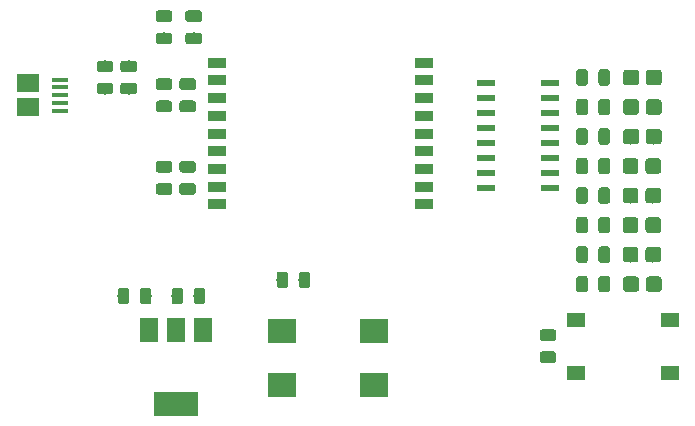
<source format=gbr>
G04 #@! TF.GenerationSoftware,KiCad,Pcbnew,(5.1.4)-1*
G04 #@! TF.CreationDate,2019-11-22T12:20:50+01:00*
G04 #@! TF.ProjectId,PacketVis,5061636b-6574-4566-9973-2e6b69636164,A01*
G04 #@! TF.SameCoordinates,Original*
G04 #@! TF.FileFunction,Paste,Top*
G04 #@! TF.FilePolarity,Positive*
%FSLAX46Y46*%
G04 Gerber Fmt 4.6, Leading zero omitted, Abs format (unit mm)*
G04 Created by KiCad (PCBNEW (5.1.4)-1) date 2019-11-22 12:20:50*
%MOMM*%
%LPD*%
G04 APERTURE LIST*
%ADD10R,1.500000X0.900000*%
%ADD11R,1.550000X0.600000*%
%ADD12R,2.400000X2.100000*%
%ADD13R,1.550000X1.300000*%
%ADD14C,0.100000*%
%ADD15C,0.975000*%
%ADD16R,1.500000X2.000000*%
%ADD17R,3.800000X2.000000*%
%ADD18R,1.900000X1.500000*%
%ADD19R,1.350000X0.400000*%
%ADD20C,1.300000*%
G04 APERTURE END LIST*
D10*
X217180000Y-82750000D03*
X217180000Y-84250000D03*
X217180000Y-85750000D03*
X217180000Y-87250000D03*
X217180000Y-88750000D03*
X217180000Y-90250000D03*
X217180000Y-91750000D03*
X217180000Y-93250000D03*
X217180000Y-94750000D03*
X199680000Y-94750000D03*
X199680000Y-93250000D03*
X199680000Y-91750000D03*
X199680000Y-90250000D03*
X199680000Y-88750000D03*
X199680000Y-87250000D03*
X199680000Y-85750000D03*
X199680000Y-84250000D03*
X199680000Y-82750000D03*
D11*
X227830000Y-84500000D03*
X227830000Y-85770000D03*
X227830000Y-87040000D03*
X227830000Y-88310000D03*
X227830000Y-89580000D03*
X227830000Y-90850000D03*
X227830000Y-92120000D03*
X227830000Y-93390000D03*
X222430000Y-93390000D03*
X222430000Y-92120000D03*
X222430000Y-90850000D03*
X222430000Y-89580000D03*
X222430000Y-88310000D03*
X222430000Y-87040000D03*
X222430000Y-85770000D03*
X222430000Y-84500000D03*
D12*
X205180000Y-105500000D03*
X212980000Y-105500000D03*
X205180000Y-110000000D03*
X212980000Y-110000000D03*
D13*
X237975000Y-104500000D03*
X237975000Y-109000000D03*
X230025000Y-109000000D03*
X230025000Y-104500000D03*
D14*
G36*
X190660142Y-84451174D02*
G01*
X190683803Y-84454684D01*
X190707007Y-84460496D01*
X190729529Y-84468554D01*
X190751153Y-84478782D01*
X190771670Y-84491079D01*
X190790883Y-84505329D01*
X190808607Y-84521393D01*
X190824671Y-84539117D01*
X190838921Y-84558330D01*
X190851218Y-84578847D01*
X190861446Y-84600471D01*
X190869504Y-84622993D01*
X190875316Y-84646197D01*
X190878826Y-84669858D01*
X190880000Y-84693750D01*
X190880000Y-85181250D01*
X190878826Y-85205142D01*
X190875316Y-85228803D01*
X190869504Y-85252007D01*
X190861446Y-85274529D01*
X190851218Y-85296153D01*
X190838921Y-85316670D01*
X190824671Y-85335883D01*
X190808607Y-85353607D01*
X190790883Y-85369671D01*
X190771670Y-85383921D01*
X190751153Y-85396218D01*
X190729529Y-85406446D01*
X190707007Y-85414504D01*
X190683803Y-85420316D01*
X190660142Y-85423826D01*
X190636250Y-85425000D01*
X189723750Y-85425000D01*
X189699858Y-85423826D01*
X189676197Y-85420316D01*
X189652993Y-85414504D01*
X189630471Y-85406446D01*
X189608847Y-85396218D01*
X189588330Y-85383921D01*
X189569117Y-85369671D01*
X189551393Y-85353607D01*
X189535329Y-85335883D01*
X189521079Y-85316670D01*
X189508782Y-85296153D01*
X189498554Y-85274529D01*
X189490496Y-85252007D01*
X189484684Y-85228803D01*
X189481174Y-85205142D01*
X189480000Y-85181250D01*
X189480000Y-84693750D01*
X189481174Y-84669858D01*
X189484684Y-84646197D01*
X189490496Y-84622993D01*
X189498554Y-84600471D01*
X189508782Y-84578847D01*
X189521079Y-84558330D01*
X189535329Y-84539117D01*
X189551393Y-84521393D01*
X189569117Y-84505329D01*
X189588330Y-84491079D01*
X189608847Y-84478782D01*
X189630471Y-84468554D01*
X189652993Y-84460496D01*
X189676197Y-84454684D01*
X189699858Y-84451174D01*
X189723750Y-84450000D01*
X190636250Y-84450000D01*
X190660142Y-84451174D01*
X190660142Y-84451174D01*
G37*
D15*
X190180000Y-84937500D03*
D14*
G36*
X190660142Y-82576174D02*
G01*
X190683803Y-82579684D01*
X190707007Y-82585496D01*
X190729529Y-82593554D01*
X190751153Y-82603782D01*
X190771670Y-82616079D01*
X190790883Y-82630329D01*
X190808607Y-82646393D01*
X190824671Y-82664117D01*
X190838921Y-82683330D01*
X190851218Y-82703847D01*
X190861446Y-82725471D01*
X190869504Y-82747993D01*
X190875316Y-82771197D01*
X190878826Y-82794858D01*
X190880000Y-82818750D01*
X190880000Y-83306250D01*
X190878826Y-83330142D01*
X190875316Y-83353803D01*
X190869504Y-83377007D01*
X190861446Y-83399529D01*
X190851218Y-83421153D01*
X190838921Y-83441670D01*
X190824671Y-83460883D01*
X190808607Y-83478607D01*
X190790883Y-83494671D01*
X190771670Y-83508921D01*
X190751153Y-83521218D01*
X190729529Y-83531446D01*
X190707007Y-83539504D01*
X190683803Y-83545316D01*
X190660142Y-83548826D01*
X190636250Y-83550000D01*
X189723750Y-83550000D01*
X189699858Y-83548826D01*
X189676197Y-83545316D01*
X189652993Y-83539504D01*
X189630471Y-83531446D01*
X189608847Y-83521218D01*
X189588330Y-83508921D01*
X189569117Y-83494671D01*
X189551393Y-83478607D01*
X189535329Y-83460883D01*
X189521079Y-83441670D01*
X189508782Y-83421153D01*
X189498554Y-83399529D01*
X189490496Y-83377007D01*
X189484684Y-83353803D01*
X189481174Y-83330142D01*
X189480000Y-83306250D01*
X189480000Y-82818750D01*
X189481174Y-82794858D01*
X189484684Y-82771197D01*
X189490496Y-82747993D01*
X189498554Y-82725471D01*
X189508782Y-82703847D01*
X189521079Y-82683330D01*
X189535329Y-82664117D01*
X189551393Y-82646393D01*
X189569117Y-82630329D01*
X189588330Y-82616079D01*
X189608847Y-82603782D01*
X189630471Y-82593554D01*
X189652993Y-82585496D01*
X189676197Y-82579684D01*
X189699858Y-82576174D01*
X189723750Y-82575000D01*
X190636250Y-82575000D01*
X190660142Y-82576174D01*
X190660142Y-82576174D01*
G37*
D15*
X190180000Y-83062500D03*
D16*
X198480000Y-105350000D03*
X193880000Y-105350000D03*
X196180000Y-105350000D03*
D17*
X196180000Y-111650000D03*
D14*
G36*
X195660142Y-91076174D02*
G01*
X195683803Y-91079684D01*
X195707007Y-91085496D01*
X195729529Y-91093554D01*
X195751153Y-91103782D01*
X195771670Y-91116079D01*
X195790883Y-91130329D01*
X195808607Y-91146393D01*
X195824671Y-91164117D01*
X195838921Y-91183330D01*
X195851218Y-91203847D01*
X195861446Y-91225471D01*
X195869504Y-91247993D01*
X195875316Y-91271197D01*
X195878826Y-91294858D01*
X195880000Y-91318750D01*
X195880000Y-91806250D01*
X195878826Y-91830142D01*
X195875316Y-91853803D01*
X195869504Y-91877007D01*
X195861446Y-91899529D01*
X195851218Y-91921153D01*
X195838921Y-91941670D01*
X195824671Y-91960883D01*
X195808607Y-91978607D01*
X195790883Y-91994671D01*
X195771670Y-92008921D01*
X195751153Y-92021218D01*
X195729529Y-92031446D01*
X195707007Y-92039504D01*
X195683803Y-92045316D01*
X195660142Y-92048826D01*
X195636250Y-92050000D01*
X194723750Y-92050000D01*
X194699858Y-92048826D01*
X194676197Y-92045316D01*
X194652993Y-92039504D01*
X194630471Y-92031446D01*
X194608847Y-92021218D01*
X194588330Y-92008921D01*
X194569117Y-91994671D01*
X194551393Y-91978607D01*
X194535329Y-91960883D01*
X194521079Y-91941670D01*
X194508782Y-91921153D01*
X194498554Y-91899529D01*
X194490496Y-91877007D01*
X194484684Y-91853803D01*
X194481174Y-91830142D01*
X194480000Y-91806250D01*
X194480000Y-91318750D01*
X194481174Y-91294858D01*
X194484684Y-91271197D01*
X194490496Y-91247993D01*
X194498554Y-91225471D01*
X194508782Y-91203847D01*
X194521079Y-91183330D01*
X194535329Y-91164117D01*
X194551393Y-91146393D01*
X194569117Y-91130329D01*
X194588330Y-91116079D01*
X194608847Y-91103782D01*
X194630471Y-91093554D01*
X194652993Y-91085496D01*
X194676197Y-91079684D01*
X194699858Y-91076174D01*
X194723750Y-91075000D01*
X195636250Y-91075000D01*
X195660142Y-91076174D01*
X195660142Y-91076174D01*
G37*
D15*
X195180000Y-91562500D03*
D14*
G36*
X195660142Y-92951174D02*
G01*
X195683803Y-92954684D01*
X195707007Y-92960496D01*
X195729529Y-92968554D01*
X195751153Y-92978782D01*
X195771670Y-92991079D01*
X195790883Y-93005329D01*
X195808607Y-93021393D01*
X195824671Y-93039117D01*
X195838921Y-93058330D01*
X195851218Y-93078847D01*
X195861446Y-93100471D01*
X195869504Y-93122993D01*
X195875316Y-93146197D01*
X195878826Y-93169858D01*
X195880000Y-93193750D01*
X195880000Y-93681250D01*
X195878826Y-93705142D01*
X195875316Y-93728803D01*
X195869504Y-93752007D01*
X195861446Y-93774529D01*
X195851218Y-93796153D01*
X195838921Y-93816670D01*
X195824671Y-93835883D01*
X195808607Y-93853607D01*
X195790883Y-93869671D01*
X195771670Y-93883921D01*
X195751153Y-93896218D01*
X195729529Y-93906446D01*
X195707007Y-93914504D01*
X195683803Y-93920316D01*
X195660142Y-93923826D01*
X195636250Y-93925000D01*
X194723750Y-93925000D01*
X194699858Y-93923826D01*
X194676197Y-93920316D01*
X194652993Y-93914504D01*
X194630471Y-93906446D01*
X194608847Y-93896218D01*
X194588330Y-93883921D01*
X194569117Y-93869671D01*
X194551393Y-93853607D01*
X194535329Y-93835883D01*
X194521079Y-93816670D01*
X194508782Y-93796153D01*
X194498554Y-93774529D01*
X194490496Y-93752007D01*
X194484684Y-93728803D01*
X194481174Y-93705142D01*
X194480000Y-93681250D01*
X194480000Y-93193750D01*
X194481174Y-93169858D01*
X194484684Y-93146197D01*
X194490496Y-93122993D01*
X194498554Y-93100471D01*
X194508782Y-93078847D01*
X194521079Y-93058330D01*
X194535329Y-93039117D01*
X194551393Y-93021393D01*
X194569117Y-93005329D01*
X194588330Y-92991079D01*
X194608847Y-92978782D01*
X194630471Y-92968554D01*
X194652993Y-92960496D01*
X194676197Y-92954684D01*
X194699858Y-92951174D01*
X194723750Y-92950000D01*
X195636250Y-92950000D01*
X195660142Y-92951174D01*
X195660142Y-92951174D01*
G37*
D15*
X195180000Y-93437500D03*
D14*
G36*
X228160142Y-105326174D02*
G01*
X228183803Y-105329684D01*
X228207007Y-105335496D01*
X228229529Y-105343554D01*
X228251153Y-105353782D01*
X228271670Y-105366079D01*
X228290883Y-105380329D01*
X228308607Y-105396393D01*
X228324671Y-105414117D01*
X228338921Y-105433330D01*
X228351218Y-105453847D01*
X228361446Y-105475471D01*
X228369504Y-105497993D01*
X228375316Y-105521197D01*
X228378826Y-105544858D01*
X228380000Y-105568750D01*
X228380000Y-106056250D01*
X228378826Y-106080142D01*
X228375316Y-106103803D01*
X228369504Y-106127007D01*
X228361446Y-106149529D01*
X228351218Y-106171153D01*
X228338921Y-106191670D01*
X228324671Y-106210883D01*
X228308607Y-106228607D01*
X228290883Y-106244671D01*
X228271670Y-106258921D01*
X228251153Y-106271218D01*
X228229529Y-106281446D01*
X228207007Y-106289504D01*
X228183803Y-106295316D01*
X228160142Y-106298826D01*
X228136250Y-106300000D01*
X227223750Y-106300000D01*
X227199858Y-106298826D01*
X227176197Y-106295316D01*
X227152993Y-106289504D01*
X227130471Y-106281446D01*
X227108847Y-106271218D01*
X227088330Y-106258921D01*
X227069117Y-106244671D01*
X227051393Y-106228607D01*
X227035329Y-106210883D01*
X227021079Y-106191670D01*
X227008782Y-106171153D01*
X226998554Y-106149529D01*
X226990496Y-106127007D01*
X226984684Y-106103803D01*
X226981174Y-106080142D01*
X226980000Y-106056250D01*
X226980000Y-105568750D01*
X226981174Y-105544858D01*
X226984684Y-105521197D01*
X226990496Y-105497993D01*
X226998554Y-105475471D01*
X227008782Y-105453847D01*
X227021079Y-105433330D01*
X227035329Y-105414117D01*
X227051393Y-105396393D01*
X227069117Y-105380329D01*
X227088330Y-105366079D01*
X227108847Y-105353782D01*
X227130471Y-105343554D01*
X227152993Y-105335496D01*
X227176197Y-105329684D01*
X227199858Y-105326174D01*
X227223750Y-105325000D01*
X228136250Y-105325000D01*
X228160142Y-105326174D01*
X228160142Y-105326174D01*
G37*
D15*
X227680000Y-105812500D03*
D14*
G36*
X228160142Y-107201174D02*
G01*
X228183803Y-107204684D01*
X228207007Y-107210496D01*
X228229529Y-107218554D01*
X228251153Y-107228782D01*
X228271670Y-107241079D01*
X228290883Y-107255329D01*
X228308607Y-107271393D01*
X228324671Y-107289117D01*
X228338921Y-107308330D01*
X228351218Y-107328847D01*
X228361446Y-107350471D01*
X228369504Y-107372993D01*
X228375316Y-107396197D01*
X228378826Y-107419858D01*
X228380000Y-107443750D01*
X228380000Y-107931250D01*
X228378826Y-107955142D01*
X228375316Y-107978803D01*
X228369504Y-108002007D01*
X228361446Y-108024529D01*
X228351218Y-108046153D01*
X228338921Y-108066670D01*
X228324671Y-108085883D01*
X228308607Y-108103607D01*
X228290883Y-108119671D01*
X228271670Y-108133921D01*
X228251153Y-108146218D01*
X228229529Y-108156446D01*
X228207007Y-108164504D01*
X228183803Y-108170316D01*
X228160142Y-108173826D01*
X228136250Y-108175000D01*
X227223750Y-108175000D01*
X227199858Y-108173826D01*
X227176197Y-108170316D01*
X227152993Y-108164504D01*
X227130471Y-108156446D01*
X227108847Y-108146218D01*
X227088330Y-108133921D01*
X227069117Y-108119671D01*
X227051393Y-108103607D01*
X227035329Y-108085883D01*
X227021079Y-108066670D01*
X227008782Y-108046153D01*
X226998554Y-108024529D01*
X226990496Y-108002007D01*
X226984684Y-107978803D01*
X226981174Y-107955142D01*
X226980000Y-107931250D01*
X226980000Y-107443750D01*
X226981174Y-107419858D01*
X226984684Y-107396197D01*
X226990496Y-107372993D01*
X226998554Y-107350471D01*
X227008782Y-107328847D01*
X227021079Y-107308330D01*
X227035329Y-107289117D01*
X227051393Y-107271393D01*
X227069117Y-107255329D01*
X227088330Y-107241079D01*
X227108847Y-107228782D01*
X227130471Y-107218554D01*
X227152993Y-107210496D01*
X227176197Y-107204684D01*
X227199858Y-107201174D01*
X227223750Y-107200000D01*
X228136250Y-107200000D01*
X228160142Y-107201174D01*
X228160142Y-107201174D01*
G37*
D15*
X227680000Y-107687500D03*
D14*
G36*
X195660142Y-84076174D02*
G01*
X195683803Y-84079684D01*
X195707007Y-84085496D01*
X195729529Y-84093554D01*
X195751153Y-84103782D01*
X195771670Y-84116079D01*
X195790883Y-84130329D01*
X195808607Y-84146393D01*
X195824671Y-84164117D01*
X195838921Y-84183330D01*
X195851218Y-84203847D01*
X195861446Y-84225471D01*
X195869504Y-84247993D01*
X195875316Y-84271197D01*
X195878826Y-84294858D01*
X195880000Y-84318750D01*
X195880000Y-84806250D01*
X195878826Y-84830142D01*
X195875316Y-84853803D01*
X195869504Y-84877007D01*
X195861446Y-84899529D01*
X195851218Y-84921153D01*
X195838921Y-84941670D01*
X195824671Y-84960883D01*
X195808607Y-84978607D01*
X195790883Y-84994671D01*
X195771670Y-85008921D01*
X195751153Y-85021218D01*
X195729529Y-85031446D01*
X195707007Y-85039504D01*
X195683803Y-85045316D01*
X195660142Y-85048826D01*
X195636250Y-85050000D01*
X194723750Y-85050000D01*
X194699858Y-85048826D01*
X194676197Y-85045316D01*
X194652993Y-85039504D01*
X194630471Y-85031446D01*
X194608847Y-85021218D01*
X194588330Y-85008921D01*
X194569117Y-84994671D01*
X194551393Y-84978607D01*
X194535329Y-84960883D01*
X194521079Y-84941670D01*
X194508782Y-84921153D01*
X194498554Y-84899529D01*
X194490496Y-84877007D01*
X194484684Y-84853803D01*
X194481174Y-84830142D01*
X194480000Y-84806250D01*
X194480000Y-84318750D01*
X194481174Y-84294858D01*
X194484684Y-84271197D01*
X194490496Y-84247993D01*
X194498554Y-84225471D01*
X194508782Y-84203847D01*
X194521079Y-84183330D01*
X194535329Y-84164117D01*
X194551393Y-84146393D01*
X194569117Y-84130329D01*
X194588330Y-84116079D01*
X194608847Y-84103782D01*
X194630471Y-84093554D01*
X194652993Y-84085496D01*
X194676197Y-84079684D01*
X194699858Y-84076174D01*
X194723750Y-84075000D01*
X195636250Y-84075000D01*
X195660142Y-84076174D01*
X195660142Y-84076174D01*
G37*
D15*
X195180000Y-84562500D03*
D14*
G36*
X195660142Y-85951174D02*
G01*
X195683803Y-85954684D01*
X195707007Y-85960496D01*
X195729529Y-85968554D01*
X195751153Y-85978782D01*
X195771670Y-85991079D01*
X195790883Y-86005329D01*
X195808607Y-86021393D01*
X195824671Y-86039117D01*
X195838921Y-86058330D01*
X195851218Y-86078847D01*
X195861446Y-86100471D01*
X195869504Y-86122993D01*
X195875316Y-86146197D01*
X195878826Y-86169858D01*
X195880000Y-86193750D01*
X195880000Y-86681250D01*
X195878826Y-86705142D01*
X195875316Y-86728803D01*
X195869504Y-86752007D01*
X195861446Y-86774529D01*
X195851218Y-86796153D01*
X195838921Y-86816670D01*
X195824671Y-86835883D01*
X195808607Y-86853607D01*
X195790883Y-86869671D01*
X195771670Y-86883921D01*
X195751153Y-86896218D01*
X195729529Y-86906446D01*
X195707007Y-86914504D01*
X195683803Y-86920316D01*
X195660142Y-86923826D01*
X195636250Y-86925000D01*
X194723750Y-86925000D01*
X194699858Y-86923826D01*
X194676197Y-86920316D01*
X194652993Y-86914504D01*
X194630471Y-86906446D01*
X194608847Y-86896218D01*
X194588330Y-86883921D01*
X194569117Y-86869671D01*
X194551393Y-86853607D01*
X194535329Y-86835883D01*
X194521079Y-86816670D01*
X194508782Y-86796153D01*
X194498554Y-86774529D01*
X194490496Y-86752007D01*
X194484684Y-86728803D01*
X194481174Y-86705142D01*
X194480000Y-86681250D01*
X194480000Y-86193750D01*
X194481174Y-86169858D01*
X194484684Y-86146197D01*
X194490496Y-86122993D01*
X194498554Y-86100471D01*
X194508782Y-86078847D01*
X194521079Y-86058330D01*
X194535329Y-86039117D01*
X194551393Y-86021393D01*
X194569117Y-86005329D01*
X194588330Y-85991079D01*
X194608847Y-85978782D01*
X194630471Y-85968554D01*
X194652993Y-85960496D01*
X194676197Y-85954684D01*
X194699858Y-85951174D01*
X194723750Y-85950000D01*
X195636250Y-85950000D01*
X195660142Y-85951174D01*
X195660142Y-85951174D01*
G37*
D15*
X195180000Y-86437500D03*
D14*
G36*
X197660142Y-92951174D02*
G01*
X197683803Y-92954684D01*
X197707007Y-92960496D01*
X197729529Y-92968554D01*
X197751153Y-92978782D01*
X197771670Y-92991079D01*
X197790883Y-93005329D01*
X197808607Y-93021393D01*
X197824671Y-93039117D01*
X197838921Y-93058330D01*
X197851218Y-93078847D01*
X197861446Y-93100471D01*
X197869504Y-93122993D01*
X197875316Y-93146197D01*
X197878826Y-93169858D01*
X197880000Y-93193750D01*
X197880000Y-93681250D01*
X197878826Y-93705142D01*
X197875316Y-93728803D01*
X197869504Y-93752007D01*
X197861446Y-93774529D01*
X197851218Y-93796153D01*
X197838921Y-93816670D01*
X197824671Y-93835883D01*
X197808607Y-93853607D01*
X197790883Y-93869671D01*
X197771670Y-93883921D01*
X197751153Y-93896218D01*
X197729529Y-93906446D01*
X197707007Y-93914504D01*
X197683803Y-93920316D01*
X197660142Y-93923826D01*
X197636250Y-93925000D01*
X196723750Y-93925000D01*
X196699858Y-93923826D01*
X196676197Y-93920316D01*
X196652993Y-93914504D01*
X196630471Y-93906446D01*
X196608847Y-93896218D01*
X196588330Y-93883921D01*
X196569117Y-93869671D01*
X196551393Y-93853607D01*
X196535329Y-93835883D01*
X196521079Y-93816670D01*
X196508782Y-93796153D01*
X196498554Y-93774529D01*
X196490496Y-93752007D01*
X196484684Y-93728803D01*
X196481174Y-93705142D01*
X196480000Y-93681250D01*
X196480000Y-93193750D01*
X196481174Y-93169858D01*
X196484684Y-93146197D01*
X196490496Y-93122993D01*
X196498554Y-93100471D01*
X196508782Y-93078847D01*
X196521079Y-93058330D01*
X196535329Y-93039117D01*
X196551393Y-93021393D01*
X196569117Y-93005329D01*
X196588330Y-92991079D01*
X196608847Y-92978782D01*
X196630471Y-92968554D01*
X196652993Y-92960496D01*
X196676197Y-92954684D01*
X196699858Y-92951174D01*
X196723750Y-92950000D01*
X197636250Y-92950000D01*
X197660142Y-92951174D01*
X197660142Y-92951174D01*
G37*
D15*
X197180000Y-93437500D03*
D14*
G36*
X197660142Y-91076174D02*
G01*
X197683803Y-91079684D01*
X197707007Y-91085496D01*
X197729529Y-91093554D01*
X197751153Y-91103782D01*
X197771670Y-91116079D01*
X197790883Y-91130329D01*
X197808607Y-91146393D01*
X197824671Y-91164117D01*
X197838921Y-91183330D01*
X197851218Y-91203847D01*
X197861446Y-91225471D01*
X197869504Y-91247993D01*
X197875316Y-91271197D01*
X197878826Y-91294858D01*
X197880000Y-91318750D01*
X197880000Y-91806250D01*
X197878826Y-91830142D01*
X197875316Y-91853803D01*
X197869504Y-91877007D01*
X197861446Y-91899529D01*
X197851218Y-91921153D01*
X197838921Y-91941670D01*
X197824671Y-91960883D01*
X197808607Y-91978607D01*
X197790883Y-91994671D01*
X197771670Y-92008921D01*
X197751153Y-92021218D01*
X197729529Y-92031446D01*
X197707007Y-92039504D01*
X197683803Y-92045316D01*
X197660142Y-92048826D01*
X197636250Y-92050000D01*
X196723750Y-92050000D01*
X196699858Y-92048826D01*
X196676197Y-92045316D01*
X196652993Y-92039504D01*
X196630471Y-92031446D01*
X196608847Y-92021218D01*
X196588330Y-92008921D01*
X196569117Y-91994671D01*
X196551393Y-91978607D01*
X196535329Y-91960883D01*
X196521079Y-91941670D01*
X196508782Y-91921153D01*
X196498554Y-91899529D01*
X196490496Y-91877007D01*
X196484684Y-91853803D01*
X196481174Y-91830142D01*
X196480000Y-91806250D01*
X196480000Y-91318750D01*
X196481174Y-91294858D01*
X196484684Y-91271197D01*
X196490496Y-91247993D01*
X196498554Y-91225471D01*
X196508782Y-91203847D01*
X196521079Y-91183330D01*
X196535329Y-91164117D01*
X196551393Y-91146393D01*
X196569117Y-91130329D01*
X196588330Y-91116079D01*
X196608847Y-91103782D01*
X196630471Y-91093554D01*
X196652993Y-91085496D01*
X196676197Y-91079684D01*
X196699858Y-91076174D01*
X196723750Y-91075000D01*
X197636250Y-91075000D01*
X197660142Y-91076174D01*
X197660142Y-91076174D01*
G37*
D15*
X197180000Y-91562500D03*
D14*
G36*
X205460142Y-100431174D02*
G01*
X205483803Y-100434684D01*
X205507007Y-100440496D01*
X205529529Y-100448554D01*
X205551153Y-100458782D01*
X205571670Y-100471079D01*
X205590883Y-100485329D01*
X205608607Y-100501393D01*
X205624671Y-100519117D01*
X205638921Y-100538330D01*
X205651218Y-100558847D01*
X205661446Y-100580471D01*
X205669504Y-100602993D01*
X205675316Y-100626197D01*
X205678826Y-100649858D01*
X205680000Y-100673750D01*
X205680000Y-101586250D01*
X205678826Y-101610142D01*
X205675316Y-101633803D01*
X205669504Y-101657007D01*
X205661446Y-101679529D01*
X205651218Y-101701153D01*
X205638921Y-101721670D01*
X205624671Y-101740883D01*
X205608607Y-101758607D01*
X205590883Y-101774671D01*
X205571670Y-101788921D01*
X205551153Y-101801218D01*
X205529529Y-101811446D01*
X205507007Y-101819504D01*
X205483803Y-101825316D01*
X205460142Y-101828826D01*
X205436250Y-101830000D01*
X204948750Y-101830000D01*
X204924858Y-101828826D01*
X204901197Y-101825316D01*
X204877993Y-101819504D01*
X204855471Y-101811446D01*
X204833847Y-101801218D01*
X204813330Y-101788921D01*
X204794117Y-101774671D01*
X204776393Y-101758607D01*
X204760329Y-101740883D01*
X204746079Y-101721670D01*
X204733782Y-101701153D01*
X204723554Y-101679529D01*
X204715496Y-101657007D01*
X204709684Y-101633803D01*
X204706174Y-101610142D01*
X204705000Y-101586250D01*
X204705000Y-100673750D01*
X204706174Y-100649858D01*
X204709684Y-100626197D01*
X204715496Y-100602993D01*
X204723554Y-100580471D01*
X204733782Y-100558847D01*
X204746079Y-100538330D01*
X204760329Y-100519117D01*
X204776393Y-100501393D01*
X204794117Y-100485329D01*
X204813330Y-100471079D01*
X204833847Y-100458782D01*
X204855471Y-100448554D01*
X204877993Y-100440496D01*
X204901197Y-100434684D01*
X204924858Y-100431174D01*
X204948750Y-100430000D01*
X205436250Y-100430000D01*
X205460142Y-100431174D01*
X205460142Y-100431174D01*
G37*
D15*
X205192500Y-101130000D03*
D14*
G36*
X207335142Y-100431174D02*
G01*
X207358803Y-100434684D01*
X207382007Y-100440496D01*
X207404529Y-100448554D01*
X207426153Y-100458782D01*
X207446670Y-100471079D01*
X207465883Y-100485329D01*
X207483607Y-100501393D01*
X207499671Y-100519117D01*
X207513921Y-100538330D01*
X207526218Y-100558847D01*
X207536446Y-100580471D01*
X207544504Y-100602993D01*
X207550316Y-100626197D01*
X207553826Y-100649858D01*
X207555000Y-100673750D01*
X207555000Y-101586250D01*
X207553826Y-101610142D01*
X207550316Y-101633803D01*
X207544504Y-101657007D01*
X207536446Y-101679529D01*
X207526218Y-101701153D01*
X207513921Y-101721670D01*
X207499671Y-101740883D01*
X207483607Y-101758607D01*
X207465883Y-101774671D01*
X207446670Y-101788921D01*
X207426153Y-101801218D01*
X207404529Y-101811446D01*
X207382007Y-101819504D01*
X207358803Y-101825316D01*
X207335142Y-101828826D01*
X207311250Y-101830000D01*
X206823750Y-101830000D01*
X206799858Y-101828826D01*
X206776197Y-101825316D01*
X206752993Y-101819504D01*
X206730471Y-101811446D01*
X206708847Y-101801218D01*
X206688330Y-101788921D01*
X206669117Y-101774671D01*
X206651393Y-101758607D01*
X206635329Y-101740883D01*
X206621079Y-101721670D01*
X206608782Y-101701153D01*
X206598554Y-101679529D01*
X206590496Y-101657007D01*
X206584684Y-101633803D01*
X206581174Y-101610142D01*
X206580000Y-101586250D01*
X206580000Y-100673750D01*
X206581174Y-100649858D01*
X206584684Y-100626197D01*
X206590496Y-100602993D01*
X206598554Y-100580471D01*
X206608782Y-100558847D01*
X206621079Y-100538330D01*
X206635329Y-100519117D01*
X206651393Y-100501393D01*
X206669117Y-100485329D01*
X206688330Y-100471079D01*
X206708847Y-100458782D01*
X206730471Y-100448554D01*
X206752993Y-100440496D01*
X206776197Y-100434684D01*
X206799858Y-100431174D01*
X206823750Y-100430000D01*
X207311250Y-100430000D01*
X207335142Y-100431174D01*
X207335142Y-100431174D01*
G37*
D15*
X207067500Y-101130000D03*
D18*
X183642500Y-84500000D03*
D19*
X186342500Y-85500000D03*
X186342500Y-86150000D03*
X186342500Y-86800000D03*
X186342500Y-84200000D03*
X186342500Y-84850000D03*
D18*
X183642500Y-86500000D03*
D14*
G36*
X198447642Y-101801174D02*
G01*
X198471303Y-101804684D01*
X198494507Y-101810496D01*
X198517029Y-101818554D01*
X198538653Y-101828782D01*
X198559170Y-101841079D01*
X198578383Y-101855329D01*
X198596107Y-101871393D01*
X198612171Y-101889117D01*
X198626421Y-101908330D01*
X198638718Y-101928847D01*
X198648946Y-101950471D01*
X198657004Y-101972993D01*
X198662816Y-101996197D01*
X198666326Y-102019858D01*
X198667500Y-102043750D01*
X198667500Y-102956250D01*
X198666326Y-102980142D01*
X198662816Y-103003803D01*
X198657004Y-103027007D01*
X198648946Y-103049529D01*
X198638718Y-103071153D01*
X198626421Y-103091670D01*
X198612171Y-103110883D01*
X198596107Y-103128607D01*
X198578383Y-103144671D01*
X198559170Y-103158921D01*
X198538653Y-103171218D01*
X198517029Y-103181446D01*
X198494507Y-103189504D01*
X198471303Y-103195316D01*
X198447642Y-103198826D01*
X198423750Y-103200000D01*
X197936250Y-103200000D01*
X197912358Y-103198826D01*
X197888697Y-103195316D01*
X197865493Y-103189504D01*
X197842971Y-103181446D01*
X197821347Y-103171218D01*
X197800830Y-103158921D01*
X197781617Y-103144671D01*
X197763893Y-103128607D01*
X197747829Y-103110883D01*
X197733579Y-103091670D01*
X197721282Y-103071153D01*
X197711054Y-103049529D01*
X197702996Y-103027007D01*
X197697184Y-103003803D01*
X197693674Y-102980142D01*
X197692500Y-102956250D01*
X197692500Y-102043750D01*
X197693674Y-102019858D01*
X197697184Y-101996197D01*
X197702996Y-101972993D01*
X197711054Y-101950471D01*
X197721282Y-101928847D01*
X197733579Y-101908330D01*
X197747829Y-101889117D01*
X197763893Y-101871393D01*
X197781617Y-101855329D01*
X197800830Y-101841079D01*
X197821347Y-101828782D01*
X197842971Y-101818554D01*
X197865493Y-101810496D01*
X197888697Y-101804684D01*
X197912358Y-101801174D01*
X197936250Y-101800000D01*
X198423750Y-101800000D01*
X198447642Y-101801174D01*
X198447642Y-101801174D01*
G37*
D15*
X198180000Y-102500000D03*
D14*
G36*
X196572642Y-101801174D02*
G01*
X196596303Y-101804684D01*
X196619507Y-101810496D01*
X196642029Y-101818554D01*
X196663653Y-101828782D01*
X196684170Y-101841079D01*
X196703383Y-101855329D01*
X196721107Y-101871393D01*
X196737171Y-101889117D01*
X196751421Y-101908330D01*
X196763718Y-101928847D01*
X196773946Y-101950471D01*
X196782004Y-101972993D01*
X196787816Y-101996197D01*
X196791326Y-102019858D01*
X196792500Y-102043750D01*
X196792500Y-102956250D01*
X196791326Y-102980142D01*
X196787816Y-103003803D01*
X196782004Y-103027007D01*
X196773946Y-103049529D01*
X196763718Y-103071153D01*
X196751421Y-103091670D01*
X196737171Y-103110883D01*
X196721107Y-103128607D01*
X196703383Y-103144671D01*
X196684170Y-103158921D01*
X196663653Y-103171218D01*
X196642029Y-103181446D01*
X196619507Y-103189504D01*
X196596303Y-103195316D01*
X196572642Y-103198826D01*
X196548750Y-103200000D01*
X196061250Y-103200000D01*
X196037358Y-103198826D01*
X196013697Y-103195316D01*
X195990493Y-103189504D01*
X195967971Y-103181446D01*
X195946347Y-103171218D01*
X195925830Y-103158921D01*
X195906617Y-103144671D01*
X195888893Y-103128607D01*
X195872829Y-103110883D01*
X195858579Y-103091670D01*
X195846282Y-103071153D01*
X195836054Y-103049529D01*
X195827996Y-103027007D01*
X195822184Y-103003803D01*
X195818674Y-102980142D01*
X195817500Y-102956250D01*
X195817500Y-102043750D01*
X195818674Y-102019858D01*
X195822184Y-101996197D01*
X195827996Y-101972993D01*
X195836054Y-101950471D01*
X195846282Y-101928847D01*
X195858579Y-101908330D01*
X195872829Y-101889117D01*
X195888893Y-101871393D01*
X195906617Y-101855329D01*
X195925830Y-101841079D01*
X195946347Y-101828782D01*
X195967971Y-101818554D01*
X195990493Y-101810496D01*
X196013697Y-101804684D01*
X196037358Y-101801174D01*
X196061250Y-101800000D01*
X196548750Y-101800000D01*
X196572642Y-101801174D01*
X196572642Y-101801174D01*
G37*
D15*
X196305000Y-102500000D03*
D14*
G36*
X197660142Y-85951174D02*
G01*
X197683803Y-85954684D01*
X197707007Y-85960496D01*
X197729529Y-85968554D01*
X197751153Y-85978782D01*
X197771670Y-85991079D01*
X197790883Y-86005329D01*
X197808607Y-86021393D01*
X197824671Y-86039117D01*
X197838921Y-86058330D01*
X197851218Y-86078847D01*
X197861446Y-86100471D01*
X197869504Y-86122993D01*
X197875316Y-86146197D01*
X197878826Y-86169858D01*
X197880000Y-86193750D01*
X197880000Y-86681250D01*
X197878826Y-86705142D01*
X197875316Y-86728803D01*
X197869504Y-86752007D01*
X197861446Y-86774529D01*
X197851218Y-86796153D01*
X197838921Y-86816670D01*
X197824671Y-86835883D01*
X197808607Y-86853607D01*
X197790883Y-86869671D01*
X197771670Y-86883921D01*
X197751153Y-86896218D01*
X197729529Y-86906446D01*
X197707007Y-86914504D01*
X197683803Y-86920316D01*
X197660142Y-86923826D01*
X197636250Y-86925000D01*
X196723750Y-86925000D01*
X196699858Y-86923826D01*
X196676197Y-86920316D01*
X196652993Y-86914504D01*
X196630471Y-86906446D01*
X196608847Y-86896218D01*
X196588330Y-86883921D01*
X196569117Y-86869671D01*
X196551393Y-86853607D01*
X196535329Y-86835883D01*
X196521079Y-86816670D01*
X196508782Y-86796153D01*
X196498554Y-86774529D01*
X196490496Y-86752007D01*
X196484684Y-86728803D01*
X196481174Y-86705142D01*
X196480000Y-86681250D01*
X196480000Y-86193750D01*
X196481174Y-86169858D01*
X196484684Y-86146197D01*
X196490496Y-86122993D01*
X196498554Y-86100471D01*
X196508782Y-86078847D01*
X196521079Y-86058330D01*
X196535329Y-86039117D01*
X196551393Y-86021393D01*
X196569117Y-86005329D01*
X196588330Y-85991079D01*
X196608847Y-85978782D01*
X196630471Y-85968554D01*
X196652993Y-85960496D01*
X196676197Y-85954684D01*
X196699858Y-85951174D01*
X196723750Y-85950000D01*
X197636250Y-85950000D01*
X197660142Y-85951174D01*
X197660142Y-85951174D01*
G37*
D15*
X197180000Y-86437500D03*
D14*
G36*
X197660142Y-84076174D02*
G01*
X197683803Y-84079684D01*
X197707007Y-84085496D01*
X197729529Y-84093554D01*
X197751153Y-84103782D01*
X197771670Y-84116079D01*
X197790883Y-84130329D01*
X197808607Y-84146393D01*
X197824671Y-84164117D01*
X197838921Y-84183330D01*
X197851218Y-84203847D01*
X197861446Y-84225471D01*
X197869504Y-84247993D01*
X197875316Y-84271197D01*
X197878826Y-84294858D01*
X197880000Y-84318750D01*
X197880000Y-84806250D01*
X197878826Y-84830142D01*
X197875316Y-84853803D01*
X197869504Y-84877007D01*
X197861446Y-84899529D01*
X197851218Y-84921153D01*
X197838921Y-84941670D01*
X197824671Y-84960883D01*
X197808607Y-84978607D01*
X197790883Y-84994671D01*
X197771670Y-85008921D01*
X197751153Y-85021218D01*
X197729529Y-85031446D01*
X197707007Y-85039504D01*
X197683803Y-85045316D01*
X197660142Y-85048826D01*
X197636250Y-85050000D01*
X196723750Y-85050000D01*
X196699858Y-85048826D01*
X196676197Y-85045316D01*
X196652993Y-85039504D01*
X196630471Y-85031446D01*
X196608847Y-85021218D01*
X196588330Y-85008921D01*
X196569117Y-84994671D01*
X196551393Y-84978607D01*
X196535329Y-84960883D01*
X196521079Y-84941670D01*
X196508782Y-84921153D01*
X196498554Y-84899529D01*
X196490496Y-84877007D01*
X196484684Y-84853803D01*
X196481174Y-84830142D01*
X196480000Y-84806250D01*
X196480000Y-84318750D01*
X196481174Y-84294858D01*
X196484684Y-84271197D01*
X196490496Y-84247993D01*
X196498554Y-84225471D01*
X196508782Y-84203847D01*
X196521079Y-84183330D01*
X196535329Y-84164117D01*
X196551393Y-84146393D01*
X196569117Y-84130329D01*
X196588330Y-84116079D01*
X196608847Y-84103782D01*
X196630471Y-84093554D01*
X196652993Y-84085496D01*
X196676197Y-84079684D01*
X196699858Y-84076174D01*
X196723750Y-84075000D01*
X197636250Y-84075000D01*
X197660142Y-84076174D01*
X197660142Y-84076174D01*
G37*
D15*
X197180000Y-84562500D03*
D14*
G36*
X192010142Y-101801174D02*
G01*
X192033803Y-101804684D01*
X192057007Y-101810496D01*
X192079529Y-101818554D01*
X192101153Y-101828782D01*
X192121670Y-101841079D01*
X192140883Y-101855329D01*
X192158607Y-101871393D01*
X192174671Y-101889117D01*
X192188921Y-101908330D01*
X192201218Y-101928847D01*
X192211446Y-101950471D01*
X192219504Y-101972993D01*
X192225316Y-101996197D01*
X192228826Y-102019858D01*
X192230000Y-102043750D01*
X192230000Y-102956250D01*
X192228826Y-102980142D01*
X192225316Y-103003803D01*
X192219504Y-103027007D01*
X192211446Y-103049529D01*
X192201218Y-103071153D01*
X192188921Y-103091670D01*
X192174671Y-103110883D01*
X192158607Y-103128607D01*
X192140883Y-103144671D01*
X192121670Y-103158921D01*
X192101153Y-103171218D01*
X192079529Y-103181446D01*
X192057007Y-103189504D01*
X192033803Y-103195316D01*
X192010142Y-103198826D01*
X191986250Y-103200000D01*
X191498750Y-103200000D01*
X191474858Y-103198826D01*
X191451197Y-103195316D01*
X191427993Y-103189504D01*
X191405471Y-103181446D01*
X191383847Y-103171218D01*
X191363330Y-103158921D01*
X191344117Y-103144671D01*
X191326393Y-103128607D01*
X191310329Y-103110883D01*
X191296079Y-103091670D01*
X191283782Y-103071153D01*
X191273554Y-103049529D01*
X191265496Y-103027007D01*
X191259684Y-103003803D01*
X191256174Y-102980142D01*
X191255000Y-102956250D01*
X191255000Y-102043750D01*
X191256174Y-102019858D01*
X191259684Y-101996197D01*
X191265496Y-101972993D01*
X191273554Y-101950471D01*
X191283782Y-101928847D01*
X191296079Y-101908330D01*
X191310329Y-101889117D01*
X191326393Y-101871393D01*
X191344117Y-101855329D01*
X191363330Y-101841079D01*
X191383847Y-101828782D01*
X191405471Y-101818554D01*
X191427993Y-101810496D01*
X191451197Y-101804684D01*
X191474858Y-101801174D01*
X191498750Y-101800000D01*
X191986250Y-101800000D01*
X192010142Y-101801174D01*
X192010142Y-101801174D01*
G37*
D15*
X191742500Y-102500000D03*
D14*
G36*
X193885142Y-101801174D02*
G01*
X193908803Y-101804684D01*
X193932007Y-101810496D01*
X193954529Y-101818554D01*
X193976153Y-101828782D01*
X193996670Y-101841079D01*
X194015883Y-101855329D01*
X194033607Y-101871393D01*
X194049671Y-101889117D01*
X194063921Y-101908330D01*
X194076218Y-101928847D01*
X194086446Y-101950471D01*
X194094504Y-101972993D01*
X194100316Y-101996197D01*
X194103826Y-102019858D01*
X194105000Y-102043750D01*
X194105000Y-102956250D01*
X194103826Y-102980142D01*
X194100316Y-103003803D01*
X194094504Y-103027007D01*
X194086446Y-103049529D01*
X194076218Y-103071153D01*
X194063921Y-103091670D01*
X194049671Y-103110883D01*
X194033607Y-103128607D01*
X194015883Y-103144671D01*
X193996670Y-103158921D01*
X193976153Y-103171218D01*
X193954529Y-103181446D01*
X193932007Y-103189504D01*
X193908803Y-103195316D01*
X193885142Y-103198826D01*
X193861250Y-103200000D01*
X193373750Y-103200000D01*
X193349858Y-103198826D01*
X193326197Y-103195316D01*
X193302993Y-103189504D01*
X193280471Y-103181446D01*
X193258847Y-103171218D01*
X193238330Y-103158921D01*
X193219117Y-103144671D01*
X193201393Y-103128607D01*
X193185329Y-103110883D01*
X193171079Y-103091670D01*
X193158782Y-103071153D01*
X193148554Y-103049529D01*
X193140496Y-103027007D01*
X193134684Y-103003803D01*
X193131174Y-102980142D01*
X193130000Y-102956250D01*
X193130000Y-102043750D01*
X193131174Y-102019858D01*
X193134684Y-101996197D01*
X193140496Y-101972993D01*
X193148554Y-101950471D01*
X193158782Y-101928847D01*
X193171079Y-101908330D01*
X193185329Y-101889117D01*
X193201393Y-101871393D01*
X193219117Y-101855329D01*
X193238330Y-101841079D01*
X193258847Y-101828782D01*
X193280471Y-101818554D01*
X193302993Y-101810496D01*
X193326197Y-101804684D01*
X193349858Y-101801174D01*
X193373750Y-101800000D01*
X193861250Y-101800000D01*
X193885142Y-101801174D01*
X193885142Y-101801174D01*
G37*
D15*
X193617500Y-102500000D03*
D14*
G36*
X192660142Y-84451174D02*
G01*
X192683803Y-84454684D01*
X192707007Y-84460496D01*
X192729529Y-84468554D01*
X192751153Y-84478782D01*
X192771670Y-84491079D01*
X192790883Y-84505329D01*
X192808607Y-84521393D01*
X192824671Y-84539117D01*
X192838921Y-84558330D01*
X192851218Y-84578847D01*
X192861446Y-84600471D01*
X192869504Y-84622993D01*
X192875316Y-84646197D01*
X192878826Y-84669858D01*
X192880000Y-84693750D01*
X192880000Y-85181250D01*
X192878826Y-85205142D01*
X192875316Y-85228803D01*
X192869504Y-85252007D01*
X192861446Y-85274529D01*
X192851218Y-85296153D01*
X192838921Y-85316670D01*
X192824671Y-85335883D01*
X192808607Y-85353607D01*
X192790883Y-85369671D01*
X192771670Y-85383921D01*
X192751153Y-85396218D01*
X192729529Y-85406446D01*
X192707007Y-85414504D01*
X192683803Y-85420316D01*
X192660142Y-85423826D01*
X192636250Y-85425000D01*
X191723750Y-85425000D01*
X191699858Y-85423826D01*
X191676197Y-85420316D01*
X191652993Y-85414504D01*
X191630471Y-85406446D01*
X191608847Y-85396218D01*
X191588330Y-85383921D01*
X191569117Y-85369671D01*
X191551393Y-85353607D01*
X191535329Y-85335883D01*
X191521079Y-85316670D01*
X191508782Y-85296153D01*
X191498554Y-85274529D01*
X191490496Y-85252007D01*
X191484684Y-85228803D01*
X191481174Y-85205142D01*
X191480000Y-85181250D01*
X191480000Y-84693750D01*
X191481174Y-84669858D01*
X191484684Y-84646197D01*
X191490496Y-84622993D01*
X191498554Y-84600471D01*
X191508782Y-84578847D01*
X191521079Y-84558330D01*
X191535329Y-84539117D01*
X191551393Y-84521393D01*
X191569117Y-84505329D01*
X191588330Y-84491079D01*
X191608847Y-84478782D01*
X191630471Y-84468554D01*
X191652993Y-84460496D01*
X191676197Y-84454684D01*
X191699858Y-84451174D01*
X191723750Y-84450000D01*
X192636250Y-84450000D01*
X192660142Y-84451174D01*
X192660142Y-84451174D01*
G37*
D15*
X192180000Y-84937500D03*
D14*
G36*
X192660142Y-82576174D02*
G01*
X192683803Y-82579684D01*
X192707007Y-82585496D01*
X192729529Y-82593554D01*
X192751153Y-82603782D01*
X192771670Y-82616079D01*
X192790883Y-82630329D01*
X192808607Y-82646393D01*
X192824671Y-82664117D01*
X192838921Y-82683330D01*
X192851218Y-82703847D01*
X192861446Y-82725471D01*
X192869504Y-82747993D01*
X192875316Y-82771197D01*
X192878826Y-82794858D01*
X192880000Y-82818750D01*
X192880000Y-83306250D01*
X192878826Y-83330142D01*
X192875316Y-83353803D01*
X192869504Y-83377007D01*
X192861446Y-83399529D01*
X192851218Y-83421153D01*
X192838921Y-83441670D01*
X192824671Y-83460883D01*
X192808607Y-83478607D01*
X192790883Y-83494671D01*
X192771670Y-83508921D01*
X192751153Y-83521218D01*
X192729529Y-83531446D01*
X192707007Y-83539504D01*
X192683803Y-83545316D01*
X192660142Y-83548826D01*
X192636250Y-83550000D01*
X191723750Y-83550000D01*
X191699858Y-83548826D01*
X191676197Y-83545316D01*
X191652993Y-83539504D01*
X191630471Y-83531446D01*
X191608847Y-83521218D01*
X191588330Y-83508921D01*
X191569117Y-83494671D01*
X191551393Y-83478607D01*
X191535329Y-83460883D01*
X191521079Y-83441670D01*
X191508782Y-83421153D01*
X191498554Y-83399529D01*
X191490496Y-83377007D01*
X191484684Y-83353803D01*
X191481174Y-83330142D01*
X191480000Y-83306250D01*
X191480000Y-82818750D01*
X191481174Y-82794858D01*
X191484684Y-82771197D01*
X191490496Y-82747993D01*
X191498554Y-82725471D01*
X191508782Y-82703847D01*
X191521079Y-82683330D01*
X191535329Y-82664117D01*
X191551393Y-82646393D01*
X191569117Y-82630329D01*
X191588330Y-82616079D01*
X191608847Y-82603782D01*
X191630471Y-82593554D01*
X191652993Y-82585496D01*
X191676197Y-82579684D01*
X191699858Y-82576174D01*
X191723750Y-82575000D01*
X192636250Y-82575000D01*
X192660142Y-82576174D01*
X192660142Y-82576174D01*
G37*
D15*
X192180000Y-83062500D03*
D14*
G36*
X198160142Y-78326174D02*
G01*
X198183803Y-78329684D01*
X198207007Y-78335496D01*
X198229529Y-78343554D01*
X198251153Y-78353782D01*
X198271670Y-78366079D01*
X198290883Y-78380329D01*
X198308607Y-78396393D01*
X198324671Y-78414117D01*
X198338921Y-78433330D01*
X198351218Y-78453847D01*
X198361446Y-78475471D01*
X198369504Y-78497993D01*
X198375316Y-78521197D01*
X198378826Y-78544858D01*
X198380000Y-78568750D01*
X198380000Y-79056250D01*
X198378826Y-79080142D01*
X198375316Y-79103803D01*
X198369504Y-79127007D01*
X198361446Y-79149529D01*
X198351218Y-79171153D01*
X198338921Y-79191670D01*
X198324671Y-79210883D01*
X198308607Y-79228607D01*
X198290883Y-79244671D01*
X198271670Y-79258921D01*
X198251153Y-79271218D01*
X198229529Y-79281446D01*
X198207007Y-79289504D01*
X198183803Y-79295316D01*
X198160142Y-79298826D01*
X198136250Y-79300000D01*
X197223750Y-79300000D01*
X197199858Y-79298826D01*
X197176197Y-79295316D01*
X197152993Y-79289504D01*
X197130471Y-79281446D01*
X197108847Y-79271218D01*
X197088330Y-79258921D01*
X197069117Y-79244671D01*
X197051393Y-79228607D01*
X197035329Y-79210883D01*
X197021079Y-79191670D01*
X197008782Y-79171153D01*
X196998554Y-79149529D01*
X196990496Y-79127007D01*
X196984684Y-79103803D01*
X196981174Y-79080142D01*
X196980000Y-79056250D01*
X196980000Y-78568750D01*
X196981174Y-78544858D01*
X196984684Y-78521197D01*
X196990496Y-78497993D01*
X196998554Y-78475471D01*
X197008782Y-78453847D01*
X197021079Y-78433330D01*
X197035329Y-78414117D01*
X197051393Y-78396393D01*
X197069117Y-78380329D01*
X197088330Y-78366079D01*
X197108847Y-78353782D01*
X197130471Y-78343554D01*
X197152993Y-78335496D01*
X197176197Y-78329684D01*
X197199858Y-78326174D01*
X197223750Y-78325000D01*
X198136250Y-78325000D01*
X198160142Y-78326174D01*
X198160142Y-78326174D01*
G37*
D15*
X197680000Y-78812500D03*
D14*
G36*
X198160142Y-80201174D02*
G01*
X198183803Y-80204684D01*
X198207007Y-80210496D01*
X198229529Y-80218554D01*
X198251153Y-80228782D01*
X198271670Y-80241079D01*
X198290883Y-80255329D01*
X198308607Y-80271393D01*
X198324671Y-80289117D01*
X198338921Y-80308330D01*
X198351218Y-80328847D01*
X198361446Y-80350471D01*
X198369504Y-80372993D01*
X198375316Y-80396197D01*
X198378826Y-80419858D01*
X198380000Y-80443750D01*
X198380000Y-80931250D01*
X198378826Y-80955142D01*
X198375316Y-80978803D01*
X198369504Y-81002007D01*
X198361446Y-81024529D01*
X198351218Y-81046153D01*
X198338921Y-81066670D01*
X198324671Y-81085883D01*
X198308607Y-81103607D01*
X198290883Y-81119671D01*
X198271670Y-81133921D01*
X198251153Y-81146218D01*
X198229529Y-81156446D01*
X198207007Y-81164504D01*
X198183803Y-81170316D01*
X198160142Y-81173826D01*
X198136250Y-81175000D01*
X197223750Y-81175000D01*
X197199858Y-81173826D01*
X197176197Y-81170316D01*
X197152993Y-81164504D01*
X197130471Y-81156446D01*
X197108847Y-81146218D01*
X197088330Y-81133921D01*
X197069117Y-81119671D01*
X197051393Y-81103607D01*
X197035329Y-81085883D01*
X197021079Y-81066670D01*
X197008782Y-81046153D01*
X196998554Y-81024529D01*
X196990496Y-81002007D01*
X196984684Y-80978803D01*
X196981174Y-80955142D01*
X196980000Y-80931250D01*
X196980000Y-80443750D01*
X196981174Y-80419858D01*
X196984684Y-80396197D01*
X196990496Y-80372993D01*
X196998554Y-80350471D01*
X197008782Y-80328847D01*
X197021079Y-80308330D01*
X197035329Y-80289117D01*
X197051393Y-80271393D01*
X197069117Y-80255329D01*
X197088330Y-80241079D01*
X197108847Y-80228782D01*
X197130471Y-80218554D01*
X197152993Y-80210496D01*
X197176197Y-80204684D01*
X197199858Y-80201174D01*
X197223750Y-80200000D01*
X198136250Y-80200000D01*
X198160142Y-80201174D01*
X198160142Y-80201174D01*
G37*
D15*
X197680000Y-80687500D03*
D14*
G36*
X195660142Y-78326174D02*
G01*
X195683803Y-78329684D01*
X195707007Y-78335496D01*
X195729529Y-78343554D01*
X195751153Y-78353782D01*
X195771670Y-78366079D01*
X195790883Y-78380329D01*
X195808607Y-78396393D01*
X195824671Y-78414117D01*
X195838921Y-78433330D01*
X195851218Y-78453847D01*
X195861446Y-78475471D01*
X195869504Y-78497993D01*
X195875316Y-78521197D01*
X195878826Y-78544858D01*
X195880000Y-78568750D01*
X195880000Y-79056250D01*
X195878826Y-79080142D01*
X195875316Y-79103803D01*
X195869504Y-79127007D01*
X195861446Y-79149529D01*
X195851218Y-79171153D01*
X195838921Y-79191670D01*
X195824671Y-79210883D01*
X195808607Y-79228607D01*
X195790883Y-79244671D01*
X195771670Y-79258921D01*
X195751153Y-79271218D01*
X195729529Y-79281446D01*
X195707007Y-79289504D01*
X195683803Y-79295316D01*
X195660142Y-79298826D01*
X195636250Y-79300000D01*
X194723750Y-79300000D01*
X194699858Y-79298826D01*
X194676197Y-79295316D01*
X194652993Y-79289504D01*
X194630471Y-79281446D01*
X194608847Y-79271218D01*
X194588330Y-79258921D01*
X194569117Y-79244671D01*
X194551393Y-79228607D01*
X194535329Y-79210883D01*
X194521079Y-79191670D01*
X194508782Y-79171153D01*
X194498554Y-79149529D01*
X194490496Y-79127007D01*
X194484684Y-79103803D01*
X194481174Y-79080142D01*
X194480000Y-79056250D01*
X194480000Y-78568750D01*
X194481174Y-78544858D01*
X194484684Y-78521197D01*
X194490496Y-78497993D01*
X194498554Y-78475471D01*
X194508782Y-78453847D01*
X194521079Y-78433330D01*
X194535329Y-78414117D01*
X194551393Y-78396393D01*
X194569117Y-78380329D01*
X194588330Y-78366079D01*
X194608847Y-78353782D01*
X194630471Y-78343554D01*
X194652993Y-78335496D01*
X194676197Y-78329684D01*
X194699858Y-78326174D01*
X194723750Y-78325000D01*
X195636250Y-78325000D01*
X195660142Y-78326174D01*
X195660142Y-78326174D01*
G37*
D15*
X195180000Y-78812500D03*
D14*
G36*
X195660142Y-80201174D02*
G01*
X195683803Y-80204684D01*
X195707007Y-80210496D01*
X195729529Y-80218554D01*
X195751153Y-80228782D01*
X195771670Y-80241079D01*
X195790883Y-80255329D01*
X195808607Y-80271393D01*
X195824671Y-80289117D01*
X195838921Y-80308330D01*
X195851218Y-80328847D01*
X195861446Y-80350471D01*
X195869504Y-80372993D01*
X195875316Y-80396197D01*
X195878826Y-80419858D01*
X195880000Y-80443750D01*
X195880000Y-80931250D01*
X195878826Y-80955142D01*
X195875316Y-80978803D01*
X195869504Y-81002007D01*
X195861446Y-81024529D01*
X195851218Y-81046153D01*
X195838921Y-81066670D01*
X195824671Y-81085883D01*
X195808607Y-81103607D01*
X195790883Y-81119671D01*
X195771670Y-81133921D01*
X195751153Y-81146218D01*
X195729529Y-81156446D01*
X195707007Y-81164504D01*
X195683803Y-81170316D01*
X195660142Y-81173826D01*
X195636250Y-81175000D01*
X194723750Y-81175000D01*
X194699858Y-81173826D01*
X194676197Y-81170316D01*
X194652993Y-81164504D01*
X194630471Y-81156446D01*
X194608847Y-81146218D01*
X194588330Y-81133921D01*
X194569117Y-81119671D01*
X194551393Y-81103607D01*
X194535329Y-81085883D01*
X194521079Y-81066670D01*
X194508782Y-81046153D01*
X194498554Y-81024529D01*
X194490496Y-81002007D01*
X194484684Y-80978803D01*
X194481174Y-80955142D01*
X194480000Y-80931250D01*
X194480000Y-80443750D01*
X194481174Y-80419858D01*
X194484684Y-80396197D01*
X194490496Y-80372993D01*
X194498554Y-80350471D01*
X194508782Y-80328847D01*
X194521079Y-80308330D01*
X194535329Y-80289117D01*
X194551393Y-80271393D01*
X194569117Y-80255329D01*
X194588330Y-80241079D01*
X194608847Y-80228782D01*
X194630471Y-80218554D01*
X194652993Y-80210496D01*
X194676197Y-80204684D01*
X194699858Y-80201174D01*
X194723750Y-80200000D01*
X195636250Y-80200000D01*
X195660142Y-80201174D01*
X195660142Y-80201174D01*
G37*
D15*
X195180000Y-80687500D03*
D14*
G36*
X232715142Y-100801174D02*
G01*
X232738803Y-100804684D01*
X232762007Y-100810496D01*
X232784529Y-100818554D01*
X232806153Y-100828782D01*
X232826670Y-100841079D01*
X232845883Y-100855329D01*
X232863607Y-100871393D01*
X232879671Y-100889117D01*
X232893921Y-100908330D01*
X232906218Y-100928847D01*
X232916446Y-100950471D01*
X232924504Y-100972993D01*
X232930316Y-100996197D01*
X232933826Y-101019858D01*
X232935000Y-101043750D01*
X232935000Y-101956250D01*
X232933826Y-101980142D01*
X232930316Y-102003803D01*
X232924504Y-102027007D01*
X232916446Y-102049529D01*
X232906218Y-102071153D01*
X232893921Y-102091670D01*
X232879671Y-102110883D01*
X232863607Y-102128607D01*
X232845883Y-102144671D01*
X232826670Y-102158921D01*
X232806153Y-102171218D01*
X232784529Y-102181446D01*
X232762007Y-102189504D01*
X232738803Y-102195316D01*
X232715142Y-102198826D01*
X232691250Y-102200000D01*
X232203750Y-102200000D01*
X232179858Y-102198826D01*
X232156197Y-102195316D01*
X232132993Y-102189504D01*
X232110471Y-102181446D01*
X232088847Y-102171218D01*
X232068330Y-102158921D01*
X232049117Y-102144671D01*
X232031393Y-102128607D01*
X232015329Y-102110883D01*
X232001079Y-102091670D01*
X231988782Y-102071153D01*
X231978554Y-102049529D01*
X231970496Y-102027007D01*
X231964684Y-102003803D01*
X231961174Y-101980142D01*
X231960000Y-101956250D01*
X231960000Y-101043750D01*
X231961174Y-101019858D01*
X231964684Y-100996197D01*
X231970496Y-100972993D01*
X231978554Y-100950471D01*
X231988782Y-100928847D01*
X232001079Y-100908330D01*
X232015329Y-100889117D01*
X232031393Y-100871393D01*
X232049117Y-100855329D01*
X232068330Y-100841079D01*
X232088847Y-100828782D01*
X232110471Y-100818554D01*
X232132993Y-100810496D01*
X232156197Y-100804684D01*
X232179858Y-100801174D01*
X232203750Y-100800000D01*
X232691250Y-100800000D01*
X232715142Y-100801174D01*
X232715142Y-100801174D01*
G37*
D15*
X232447500Y-101500000D03*
D14*
G36*
X230840142Y-100801174D02*
G01*
X230863803Y-100804684D01*
X230887007Y-100810496D01*
X230909529Y-100818554D01*
X230931153Y-100828782D01*
X230951670Y-100841079D01*
X230970883Y-100855329D01*
X230988607Y-100871393D01*
X231004671Y-100889117D01*
X231018921Y-100908330D01*
X231031218Y-100928847D01*
X231041446Y-100950471D01*
X231049504Y-100972993D01*
X231055316Y-100996197D01*
X231058826Y-101019858D01*
X231060000Y-101043750D01*
X231060000Y-101956250D01*
X231058826Y-101980142D01*
X231055316Y-102003803D01*
X231049504Y-102027007D01*
X231041446Y-102049529D01*
X231031218Y-102071153D01*
X231018921Y-102091670D01*
X231004671Y-102110883D01*
X230988607Y-102128607D01*
X230970883Y-102144671D01*
X230951670Y-102158921D01*
X230931153Y-102171218D01*
X230909529Y-102181446D01*
X230887007Y-102189504D01*
X230863803Y-102195316D01*
X230840142Y-102198826D01*
X230816250Y-102200000D01*
X230328750Y-102200000D01*
X230304858Y-102198826D01*
X230281197Y-102195316D01*
X230257993Y-102189504D01*
X230235471Y-102181446D01*
X230213847Y-102171218D01*
X230193330Y-102158921D01*
X230174117Y-102144671D01*
X230156393Y-102128607D01*
X230140329Y-102110883D01*
X230126079Y-102091670D01*
X230113782Y-102071153D01*
X230103554Y-102049529D01*
X230095496Y-102027007D01*
X230089684Y-102003803D01*
X230086174Y-101980142D01*
X230085000Y-101956250D01*
X230085000Y-101043750D01*
X230086174Y-101019858D01*
X230089684Y-100996197D01*
X230095496Y-100972993D01*
X230103554Y-100950471D01*
X230113782Y-100928847D01*
X230126079Y-100908330D01*
X230140329Y-100889117D01*
X230156393Y-100871393D01*
X230174117Y-100855329D01*
X230193330Y-100841079D01*
X230213847Y-100828782D01*
X230235471Y-100818554D01*
X230257993Y-100810496D01*
X230281197Y-100804684D01*
X230304858Y-100801174D01*
X230328750Y-100800000D01*
X230816250Y-100800000D01*
X230840142Y-100801174D01*
X230840142Y-100801174D01*
G37*
D15*
X230572500Y-101500000D03*
D14*
G36*
X232715142Y-98301174D02*
G01*
X232738803Y-98304684D01*
X232762007Y-98310496D01*
X232784529Y-98318554D01*
X232806153Y-98328782D01*
X232826670Y-98341079D01*
X232845883Y-98355329D01*
X232863607Y-98371393D01*
X232879671Y-98389117D01*
X232893921Y-98408330D01*
X232906218Y-98428847D01*
X232916446Y-98450471D01*
X232924504Y-98472993D01*
X232930316Y-98496197D01*
X232933826Y-98519858D01*
X232935000Y-98543750D01*
X232935000Y-99456250D01*
X232933826Y-99480142D01*
X232930316Y-99503803D01*
X232924504Y-99527007D01*
X232916446Y-99549529D01*
X232906218Y-99571153D01*
X232893921Y-99591670D01*
X232879671Y-99610883D01*
X232863607Y-99628607D01*
X232845883Y-99644671D01*
X232826670Y-99658921D01*
X232806153Y-99671218D01*
X232784529Y-99681446D01*
X232762007Y-99689504D01*
X232738803Y-99695316D01*
X232715142Y-99698826D01*
X232691250Y-99700000D01*
X232203750Y-99700000D01*
X232179858Y-99698826D01*
X232156197Y-99695316D01*
X232132993Y-99689504D01*
X232110471Y-99681446D01*
X232088847Y-99671218D01*
X232068330Y-99658921D01*
X232049117Y-99644671D01*
X232031393Y-99628607D01*
X232015329Y-99610883D01*
X232001079Y-99591670D01*
X231988782Y-99571153D01*
X231978554Y-99549529D01*
X231970496Y-99527007D01*
X231964684Y-99503803D01*
X231961174Y-99480142D01*
X231960000Y-99456250D01*
X231960000Y-98543750D01*
X231961174Y-98519858D01*
X231964684Y-98496197D01*
X231970496Y-98472993D01*
X231978554Y-98450471D01*
X231988782Y-98428847D01*
X232001079Y-98408330D01*
X232015329Y-98389117D01*
X232031393Y-98371393D01*
X232049117Y-98355329D01*
X232068330Y-98341079D01*
X232088847Y-98328782D01*
X232110471Y-98318554D01*
X232132993Y-98310496D01*
X232156197Y-98304684D01*
X232179858Y-98301174D01*
X232203750Y-98300000D01*
X232691250Y-98300000D01*
X232715142Y-98301174D01*
X232715142Y-98301174D01*
G37*
D15*
X232447500Y-99000000D03*
D14*
G36*
X230840142Y-98301174D02*
G01*
X230863803Y-98304684D01*
X230887007Y-98310496D01*
X230909529Y-98318554D01*
X230931153Y-98328782D01*
X230951670Y-98341079D01*
X230970883Y-98355329D01*
X230988607Y-98371393D01*
X231004671Y-98389117D01*
X231018921Y-98408330D01*
X231031218Y-98428847D01*
X231041446Y-98450471D01*
X231049504Y-98472993D01*
X231055316Y-98496197D01*
X231058826Y-98519858D01*
X231060000Y-98543750D01*
X231060000Y-99456250D01*
X231058826Y-99480142D01*
X231055316Y-99503803D01*
X231049504Y-99527007D01*
X231041446Y-99549529D01*
X231031218Y-99571153D01*
X231018921Y-99591670D01*
X231004671Y-99610883D01*
X230988607Y-99628607D01*
X230970883Y-99644671D01*
X230951670Y-99658921D01*
X230931153Y-99671218D01*
X230909529Y-99681446D01*
X230887007Y-99689504D01*
X230863803Y-99695316D01*
X230840142Y-99698826D01*
X230816250Y-99700000D01*
X230328750Y-99700000D01*
X230304858Y-99698826D01*
X230281197Y-99695316D01*
X230257993Y-99689504D01*
X230235471Y-99681446D01*
X230213847Y-99671218D01*
X230193330Y-99658921D01*
X230174117Y-99644671D01*
X230156393Y-99628607D01*
X230140329Y-99610883D01*
X230126079Y-99591670D01*
X230113782Y-99571153D01*
X230103554Y-99549529D01*
X230095496Y-99527007D01*
X230089684Y-99503803D01*
X230086174Y-99480142D01*
X230085000Y-99456250D01*
X230085000Y-98543750D01*
X230086174Y-98519858D01*
X230089684Y-98496197D01*
X230095496Y-98472993D01*
X230103554Y-98450471D01*
X230113782Y-98428847D01*
X230126079Y-98408330D01*
X230140329Y-98389117D01*
X230156393Y-98371393D01*
X230174117Y-98355329D01*
X230193330Y-98341079D01*
X230213847Y-98328782D01*
X230235471Y-98318554D01*
X230257993Y-98310496D01*
X230281197Y-98304684D01*
X230304858Y-98301174D01*
X230328750Y-98300000D01*
X230816250Y-98300000D01*
X230840142Y-98301174D01*
X230840142Y-98301174D01*
G37*
D15*
X230572500Y-99000000D03*
D14*
G36*
X232715142Y-95801174D02*
G01*
X232738803Y-95804684D01*
X232762007Y-95810496D01*
X232784529Y-95818554D01*
X232806153Y-95828782D01*
X232826670Y-95841079D01*
X232845883Y-95855329D01*
X232863607Y-95871393D01*
X232879671Y-95889117D01*
X232893921Y-95908330D01*
X232906218Y-95928847D01*
X232916446Y-95950471D01*
X232924504Y-95972993D01*
X232930316Y-95996197D01*
X232933826Y-96019858D01*
X232935000Y-96043750D01*
X232935000Y-96956250D01*
X232933826Y-96980142D01*
X232930316Y-97003803D01*
X232924504Y-97027007D01*
X232916446Y-97049529D01*
X232906218Y-97071153D01*
X232893921Y-97091670D01*
X232879671Y-97110883D01*
X232863607Y-97128607D01*
X232845883Y-97144671D01*
X232826670Y-97158921D01*
X232806153Y-97171218D01*
X232784529Y-97181446D01*
X232762007Y-97189504D01*
X232738803Y-97195316D01*
X232715142Y-97198826D01*
X232691250Y-97200000D01*
X232203750Y-97200000D01*
X232179858Y-97198826D01*
X232156197Y-97195316D01*
X232132993Y-97189504D01*
X232110471Y-97181446D01*
X232088847Y-97171218D01*
X232068330Y-97158921D01*
X232049117Y-97144671D01*
X232031393Y-97128607D01*
X232015329Y-97110883D01*
X232001079Y-97091670D01*
X231988782Y-97071153D01*
X231978554Y-97049529D01*
X231970496Y-97027007D01*
X231964684Y-97003803D01*
X231961174Y-96980142D01*
X231960000Y-96956250D01*
X231960000Y-96043750D01*
X231961174Y-96019858D01*
X231964684Y-95996197D01*
X231970496Y-95972993D01*
X231978554Y-95950471D01*
X231988782Y-95928847D01*
X232001079Y-95908330D01*
X232015329Y-95889117D01*
X232031393Y-95871393D01*
X232049117Y-95855329D01*
X232068330Y-95841079D01*
X232088847Y-95828782D01*
X232110471Y-95818554D01*
X232132993Y-95810496D01*
X232156197Y-95804684D01*
X232179858Y-95801174D01*
X232203750Y-95800000D01*
X232691250Y-95800000D01*
X232715142Y-95801174D01*
X232715142Y-95801174D01*
G37*
D15*
X232447500Y-96500000D03*
D14*
G36*
X230840142Y-95801174D02*
G01*
X230863803Y-95804684D01*
X230887007Y-95810496D01*
X230909529Y-95818554D01*
X230931153Y-95828782D01*
X230951670Y-95841079D01*
X230970883Y-95855329D01*
X230988607Y-95871393D01*
X231004671Y-95889117D01*
X231018921Y-95908330D01*
X231031218Y-95928847D01*
X231041446Y-95950471D01*
X231049504Y-95972993D01*
X231055316Y-95996197D01*
X231058826Y-96019858D01*
X231060000Y-96043750D01*
X231060000Y-96956250D01*
X231058826Y-96980142D01*
X231055316Y-97003803D01*
X231049504Y-97027007D01*
X231041446Y-97049529D01*
X231031218Y-97071153D01*
X231018921Y-97091670D01*
X231004671Y-97110883D01*
X230988607Y-97128607D01*
X230970883Y-97144671D01*
X230951670Y-97158921D01*
X230931153Y-97171218D01*
X230909529Y-97181446D01*
X230887007Y-97189504D01*
X230863803Y-97195316D01*
X230840142Y-97198826D01*
X230816250Y-97200000D01*
X230328750Y-97200000D01*
X230304858Y-97198826D01*
X230281197Y-97195316D01*
X230257993Y-97189504D01*
X230235471Y-97181446D01*
X230213847Y-97171218D01*
X230193330Y-97158921D01*
X230174117Y-97144671D01*
X230156393Y-97128607D01*
X230140329Y-97110883D01*
X230126079Y-97091670D01*
X230113782Y-97071153D01*
X230103554Y-97049529D01*
X230095496Y-97027007D01*
X230089684Y-97003803D01*
X230086174Y-96980142D01*
X230085000Y-96956250D01*
X230085000Y-96043750D01*
X230086174Y-96019858D01*
X230089684Y-95996197D01*
X230095496Y-95972993D01*
X230103554Y-95950471D01*
X230113782Y-95928847D01*
X230126079Y-95908330D01*
X230140329Y-95889117D01*
X230156393Y-95871393D01*
X230174117Y-95855329D01*
X230193330Y-95841079D01*
X230213847Y-95828782D01*
X230235471Y-95818554D01*
X230257993Y-95810496D01*
X230281197Y-95804684D01*
X230304858Y-95801174D01*
X230328750Y-95800000D01*
X230816250Y-95800000D01*
X230840142Y-95801174D01*
X230840142Y-95801174D01*
G37*
D15*
X230572500Y-96500000D03*
D14*
G36*
X232715142Y-93301174D02*
G01*
X232738803Y-93304684D01*
X232762007Y-93310496D01*
X232784529Y-93318554D01*
X232806153Y-93328782D01*
X232826670Y-93341079D01*
X232845883Y-93355329D01*
X232863607Y-93371393D01*
X232879671Y-93389117D01*
X232893921Y-93408330D01*
X232906218Y-93428847D01*
X232916446Y-93450471D01*
X232924504Y-93472993D01*
X232930316Y-93496197D01*
X232933826Y-93519858D01*
X232935000Y-93543750D01*
X232935000Y-94456250D01*
X232933826Y-94480142D01*
X232930316Y-94503803D01*
X232924504Y-94527007D01*
X232916446Y-94549529D01*
X232906218Y-94571153D01*
X232893921Y-94591670D01*
X232879671Y-94610883D01*
X232863607Y-94628607D01*
X232845883Y-94644671D01*
X232826670Y-94658921D01*
X232806153Y-94671218D01*
X232784529Y-94681446D01*
X232762007Y-94689504D01*
X232738803Y-94695316D01*
X232715142Y-94698826D01*
X232691250Y-94700000D01*
X232203750Y-94700000D01*
X232179858Y-94698826D01*
X232156197Y-94695316D01*
X232132993Y-94689504D01*
X232110471Y-94681446D01*
X232088847Y-94671218D01*
X232068330Y-94658921D01*
X232049117Y-94644671D01*
X232031393Y-94628607D01*
X232015329Y-94610883D01*
X232001079Y-94591670D01*
X231988782Y-94571153D01*
X231978554Y-94549529D01*
X231970496Y-94527007D01*
X231964684Y-94503803D01*
X231961174Y-94480142D01*
X231960000Y-94456250D01*
X231960000Y-93543750D01*
X231961174Y-93519858D01*
X231964684Y-93496197D01*
X231970496Y-93472993D01*
X231978554Y-93450471D01*
X231988782Y-93428847D01*
X232001079Y-93408330D01*
X232015329Y-93389117D01*
X232031393Y-93371393D01*
X232049117Y-93355329D01*
X232068330Y-93341079D01*
X232088847Y-93328782D01*
X232110471Y-93318554D01*
X232132993Y-93310496D01*
X232156197Y-93304684D01*
X232179858Y-93301174D01*
X232203750Y-93300000D01*
X232691250Y-93300000D01*
X232715142Y-93301174D01*
X232715142Y-93301174D01*
G37*
D15*
X232447500Y-94000000D03*
D14*
G36*
X230840142Y-93301174D02*
G01*
X230863803Y-93304684D01*
X230887007Y-93310496D01*
X230909529Y-93318554D01*
X230931153Y-93328782D01*
X230951670Y-93341079D01*
X230970883Y-93355329D01*
X230988607Y-93371393D01*
X231004671Y-93389117D01*
X231018921Y-93408330D01*
X231031218Y-93428847D01*
X231041446Y-93450471D01*
X231049504Y-93472993D01*
X231055316Y-93496197D01*
X231058826Y-93519858D01*
X231060000Y-93543750D01*
X231060000Y-94456250D01*
X231058826Y-94480142D01*
X231055316Y-94503803D01*
X231049504Y-94527007D01*
X231041446Y-94549529D01*
X231031218Y-94571153D01*
X231018921Y-94591670D01*
X231004671Y-94610883D01*
X230988607Y-94628607D01*
X230970883Y-94644671D01*
X230951670Y-94658921D01*
X230931153Y-94671218D01*
X230909529Y-94681446D01*
X230887007Y-94689504D01*
X230863803Y-94695316D01*
X230840142Y-94698826D01*
X230816250Y-94700000D01*
X230328750Y-94700000D01*
X230304858Y-94698826D01*
X230281197Y-94695316D01*
X230257993Y-94689504D01*
X230235471Y-94681446D01*
X230213847Y-94671218D01*
X230193330Y-94658921D01*
X230174117Y-94644671D01*
X230156393Y-94628607D01*
X230140329Y-94610883D01*
X230126079Y-94591670D01*
X230113782Y-94571153D01*
X230103554Y-94549529D01*
X230095496Y-94527007D01*
X230089684Y-94503803D01*
X230086174Y-94480142D01*
X230085000Y-94456250D01*
X230085000Y-93543750D01*
X230086174Y-93519858D01*
X230089684Y-93496197D01*
X230095496Y-93472993D01*
X230103554Y-93450471D01*
X230113782Y-93428847D01*
X230126079Y-93408330D01*
X230140329Y-93389117D01*
X230156393Y-93371393D01*
X230174117Y-93355329D01*
X230193330Y-93341079D01*
X230213847Y-93328782D01*
X230235471Y-93318554D01*
X230257993Y-93310496D01*
X230281197Y-93304684D01*
X230304858Y-93301174D01*
X230328750Y-93300000D01*
X230816250Y-93300000D01*
X230840142Y-93301174D01*
X230840142Y-93301174D01*
G37*
D15*
X230572500Y-94000000D03*
D14*
G36*
X232715142Y-90801174D02*
G01*
X232738803Y-90804684D01*
X232762007Y-90810496D01*
X232784529Y-90818554D01*
X232806153Y-90828782D01*
X232826670Y-90841079D01*
X232845883Y-90855329D01*
X232863607Y-90871393D01*
X232879671Y-90889117D01*
X232893921Y-90908330D01*
X232906218Y-90928847D01*
X232916446Y-90950471D01*
X232924504Y-90972993D01*
X232930316Y-90996197D01*
X232933826Y-91019858D01*
X232935000Y-91043750D01*
X232935000Y-91956250D01*
X232933826Y-91980142D01*
X232930316Y-92003803D01*
X232924504Y-92027007D01*
X232916446Y-92049529D01*
X232906218Y-92071153D01*
X232893921Y-92091670D01*
X232879671Y-92110883D01*
X232863607Y-92128607D01*
X232845883Y-92144671D01*
X232826670Y-92158921D01*
X232806153Y-92171218D01*
X232784529Y-92181446D01*
X232762007Y-92189504D01*
X232738803Y-92195316D01*
X232715142Y-92198826D01*
X232691250Y-92200000D01*
X232203750Y-92200000D01*
X232179858Y-92198826D01*
X232156197Y-92195316D01*
X232132993Y-92189504D01*
X232110471Y-92181446D01*
X232088847Y-92171218D01*
X232068330Y-92158921D01*
X232049117Y-92144671D01*
X232031393Y-92128607D01*
X232015329Y-92110883D01*
X232001079Y-92091670D01*
X231988782Y-92071153D01*
X231978554Y-92049529D01*
X231970496Y-92027007D01*
X231964684Y-92003803D01*
X231961174Y-91980142D01*
X231960000Y-91956250D01*
X231960000Y-91043750D01*
X231961174Y-91019858D01*
X231964684Y-90996197D01*
X231970496Y-90972993D01*
X231978554Y-90950471D01*
X231988782Y-90928847D01*
X232001079Y-90908330D01*
X232015329Y-90889117D01*
X232031393Y-90871393D01*
X232049117Y-90855329D01*
X232068330Y-90841079D01*
X232088847Y-90828782D01*
X232110471Y-90818554D01*
X232132993Y-90810496D01*
X232156197Y-90804684D01*
X232179858Y-90801174D01*
X232203750Y-90800000D01*
X232691250Y-90800000D01*
X232715142Y-90801174D01*
X232715142Y-90801174D01*
G37*
D15*
X232447500Y-91500000D03*
D14*
G36*
X230840142Y-90801174D02*
G01*
X230863803Y-90804684D01*
X230887007Y-90810496D01*
X230909529Y-90818554D01*
X230931153Y-90828782D01*
X230951670Y-90841079D01*
X230970883Y-90855329D01*
X230988607Y-90871393D01*
X231004671Y-90889117D01*
X231018921Y-90908330D01*
X231031218Y-90928847D01*
X231041446Y-90950471D01*
X231049504Y-90972993D01*
X231055316Y-90996197D01*
X231058826Y-91019858D01*
X231060000Y-91043750D01*
X231060000Y-91956250D01*
X231058826Y-91980142D01*
X231055316Y-92003803D01*
X231049504Y-92027007D01*
X231041446Y-92049529D01*
X231031218Y-92071153D01*
X231018921Y-92091670D01*
X231004671Y-92110883D01*
X230988607Y-92128607D01*
X230970883Y-92144671D01*
X230951670Y-92158921D01*
X230931153Y-92171218D01*
X230909529Y-92181446D01*
X230887007Y-92189504D01*
X230863803Y-92195316D01*
X230840142Y-92198826D01*
X230816250Y-92200000D01*
X230328750Y-92200000D01*
X230304858Y-92198826D01*
X230281197Y-92195316D01*
X230257993Y-92189504D01*
X230235471Y-92181446D01*
X230213847Y-92171218D01*
X230193330Y-92158921D01*
X230174117Y-92144671D01*
X230156393Y-92128607D01*
X230140329Y-92110883D01*
X230126079Y-92091670D01*
X230113782Y-92071153D01*
X230103554Y-92049529D01*
X230095496Y-92027007D01*
X230089684Y-92003803D01*
X230086174Y-91980142D01*
X230085000Y-91956250D01*
X230085000Y-91043750D01*
X230086174Y-91019858D01*
X230089684Y-90996197D01*
X230095496Y-90972993D01*
X230103554Y-90950471D01*
X230113782Y-90928847D01*
X230126079Y-90908330D01*
X230140329Y-90889117D01*
X230156393Y-90871393D01*
X230174117Y-90855329D01*
X230193330Y-90841079D01*
X230213847Y-90828782D01*
X230235471Y-90818554D01*
X230257993Y-90810496D01*
X230281197Y-90804684D01*
X230304858Y-90801174D01*
X230328750Y-90800000D01*
X230816250Y-90800000D01*
X230840142Y-90801174D01*
X230840142Y-90801174D01*
G37*
D15*
X230572500Y-91500000D03*
D14*
G36*
X232715142Y-88301174D02*
G01*
X232738803Y-88304684D01*
X232762007Y-88310496D01*
X232784529Y-88318554D01*
X232806153Y-88328782D01*
X232826670Y-88341079D01*
X232845883Y-88355329D01*
X232863607Y-88371393D01*
X232879671Y-88389117D01*
X232893921Y-88408330D01*
X232906218Y-88428847D01*
X232916446Y-88450471D01*
X232924504Y-88472993D01*
X232930316Y-88496197D01*
X232933826Y-88519858D01*
X232935000Y-88543750D01*
X232935000Y-89456250D01*
X232933826Y-89480142D01*
X232930316Y-89503803D01*
X232924504Y-89527007D01*
X232916446Y-89549529D01*
X232906218Y-89571153D01*
X232893921Y-89591670D01*
X232879671Y-89610883D01*
X232863607Y-89628607D01*
X232845883Y-89644671D01*
X232826670Y-89658921D01*
X232806153Y-89671218D01*
X232784529Y-89681446D01*
X232762007Y-89689504D01*
X232738803Y-89695316D01*
X232715142Y-89698826D01*
X232691250Y-89700000D01*
X232203750Y-89700000D01*
X232179858Y-89698826D01*
X232156197Y-89695316D01*
X232132993Y-89689504D01*
X232110471Y-89681446D01*
X232088847Y-89671218D01*
X232068330Y-89658921D01*
X232049117Y-89644671D01*
X232031393Y-89628607D01*
X232015329Y-89610883D01*
X232001079Y-89591670D01*
X231988782Y-89571153D01*
X231978554Y-89549529D01*
X231970496Y-89527007D01*
X231964684Y-89503803D01*
X231961174Y-89480142D01*
X231960000Y-89456250D01*
X231960000Y-88543750D01*
X231961174Y-88519858D01*
X231964684Y-88496197D01*
X231970496Y-88472993D01*
X231978554Y-88450471D01*
X231988782Y-88428847D01*
X232001079Y-88408330D01*
X232015329Y-88389117D01*
X232031393Y-88371393D01*
X232049117Y-88355329D01*
X232068330Y-88341079D01*
X232088847Y-88328782D01*
X232110471Y-88318554D01*
X232132993Y-88310496D01*
X232156197Y-88304684D01*
X232179858Y-88301174D01*
X232203750Y-88300000D01*
X232691250Y-88300000D01*
X232715142Y-88301174D01*
X232715142Y-88301174D01*
G37*
D15*
X232447500Y-89000000D03*
D14*
G36*
X230840142Y-88301174D02*
G01*
X230863803Y-88304684D01*
X230887007Y-88310496D01*
X230909529Y-88318554D01*
X230931153Y-88328782D01*
X230951670Y-88341079D01*
X230970883Y-88355329D01*
X230988607Y-88371393D01*
X231004671Y-88389117D01*
X231018921Y-88408330D01*
X231031218Y-88428847D01*
X231041446Y-88450471D01*
X231049504Y-88472993D01*
X231055316Y-88496197D01*
X231058826Y-88519858D01*
X231060000Y-88543750D01*
X231060000Y-89456250D01*
X231058826Y-89480142D01*
X231055316Y-89503803D01*
X231049504Y-89527007D01*
X231041446Y-89549529D01*
X231031218Y-89571153D01*
X231018921Y-89591670D01*
X231004671Y-89610883D01*
X230988607Y-89628607D01*
X230970883Y-89644671D01*
X230951670Y-89658921D01*
X230931153Y-89671218D01*
X230909529Y-89681446D01*
X230887007Y-89689504D01*
X230863803Y-89695316D01*
X230840142Y-89698826D01*
X230816250Y-89700000D01*
X230328750Y-89700000D01*
X230304858Y-89698826D01*
X230281197Y-89695316D01*
X230257993Y-89689504D01*
X230235471Y-89681446D01*
X230213847Y-89671218D01*
X230193330Y-89658921D01*
X230174117Y-89644671D01*
X230156393Y-89628607D01*
X230140329Y-89610883D01*
X230126079Y-89591670D01*
X230113782Y-89571153D01*
X230103554Y-89549529D01*
X230095496Y-89527007D01*
X230089684Y-89503803D01*
X230086174Y-89480142D01*
X230085000Y-89456250D01*
X230085000Y-88543750D01*
X230086174Y-88519858D01*
X230089684Y-88496197D01*
X230095496Y-88472993D01*
X230103554Y-88450471D01*
X230113782Y-88428847D01*
X230126079Y-88408330D01*
X230140329Y-88389117D01*
X230156393Y-88371393D01*
X230174117Y-88355329D01*
X230193330Y-88341079D01*
X230213847Y-88328782D01*
X230235471Y-88318554D01*
X230257993Y-88310496D01*
X230281197Y-88304684D01*
X230304858Y-88301174D01*
X230328750Y-88300000D01*
X230816250Y-88300000D01*
X230840142Y-88301174D01*
X230840142Y-88301174D01*
G37*
D15*
X230572500Y-89000000D03*
D14*
G36*
X232715142Y-85801174D02*
G01*
X232738803Y-85804684D01*
X232762007Y-85810496D01*
X232784529Y-85818554D01*
X232806153Y-85828782D01*
X232826670Y-85841079D01*
X232845883Y-85855329D01*
X232863607Y-85871393D01*
X232879671Y-85889117D01*
X232893921Y-85908330D01*
X232906218Y-85928847D01*
X232916446Y-85950471D01*
X232924504Y-85972993D01*
X232930316Y-85996197D01*
X232933826Y-86019858D01*
X232935000Y-86043750D01*
X232935000Y-86956250D01*
X232933826Y-86980142D01*
X232930316Y-87003803D01*
X232924504Y-87027007D01*
X232916446Y-87049529D01*
X232906218Y-87071153D01*
X232893921Y-87091670D01*
X232879671Y-87110883D01*
X232863607Y-87128607D01*
X232845883Y-87144671D01*
X232826670Y-87158921D01*
X232806153Y-87171218D01*
X232784529Y-87181446D01*
X232762007Y-87189504D01*
X232738803Y-87195316D01*
X232715142Y-87198826D01*
X232691250Y-87200000D01*
X232203750Y-87200000D01*
X232179858Y-87198826D01*
X232156197Y-87195316D01*
X232132993Y-87189504D01*
X232110471Y-87181446D01*
X232088847Y-87171218D01*
X232068330Y-87158921D01*
X232049117Y-87144671D01*
X232031393Y-87128607D01*
X232015329Y-87110883D01*
X232001079Y-87091670D01*
X231988782Y-87071153D01*
X231978554Y-87049529D01*
X231970496Y-87027007D01*
X231964684Y-87003803D01*
X231961174Y-86980142D01*
X231960000Y-86956250D01*
X231960000Y-86043750D01*
X231961174Y-86019858D01*
X231964684Y-85996197D01*
X231970496Y-85972993D01*
X231978554Y-85950471D01*
X231988782Y-85928847D01*
X232001079Y-85908330D01*
X232015329Y-85889117D01*
X232031393Y-85871393D01*
X232049117Y-85855329D01*
X232068330Y-85841079D01*
X232088847Y-85828782D01*
X232110471Y-85818554D01*
X232132993Y-85810496D01*
X232156197Y-85804684D01*
X232179858Y-85801174D01*
X232203750Y-85800000D01*
X232691250Y-85800000D01*
X232715142Y-85801174D01*
X232715142Y-85801174D01*
G37*
D15*
X232447500Y-86500000D03*
D14*
G36*
X230840142Y-85801174D02*
G01*
X230863803Y-85804684D01*
X230887007Y-85810496D01*
X230909529Y-85818554D01*
X230931153Y-85828782D01*
X230951670Y-85841079D01*
X230970883Y-85855329D01*
X230988607Y-85871393D01*
X231004671Y-85889117D01*
X231018921Y-85908330D01*
X231031218Y-85928847D01*
X231041446Y-85950471D01*
X231049504Y-85972993D01*
X231055316Y-85996197D01*
X231058826Y-86019858D01*
X231060000Y-86043750D01*
X231060000Y-86956250D01*
X231058826Y-86980142D01*
X231055316Y-87003803D01*
X231049504Y-87027007D01*
X231041446Y-87049529D01*
X231031218Y-87071153D01*
X231018921Y-87091670D01*
X231004671Y-87110883D01*
X230988607Y-87128607D01*
X230970883Y-87144671D01*
X230951670Y-87158921D01*
X230931153Y-87171218D01*
X230909529Y-87181446D01*
X230887007Y-87189504D01*
X230863803Y-87195316D01*
X230840142Y-87198826D01*
X230816250Y-87200000D01*
X230328750Y-87200000D01*
X230304858Y-87198826D01*
X230281197Y-87195316D01*
X230257993Y-87189504D01*
X230235471Y-87181446D01*
X230213847Y-87171218D01*
X230193330Y-87158921D01*
X230174117Y-87144671D01*
X230156393Y-87128607D01*
X230140329Y-87110883D01*
X230126079Y-87091670D01*
X230113782Y-87071153D01*
X230103554Y-87049529D01*
X230095496Y-87027007D01*
X230089684Y-87003803D01*
X230086174Y-86980142D01*
X230085000Y-86956250D01*
X230085000Y-86043750D01*
X230086174Y-86019858D01*
X230089684Y-85996197D01*
X230095496Y-85972993D01*
X230103554Y-85950471D01*
X230113782Y-85928847D01*
X230126079Y-85908330D01*
X230140329Y-85889117D01*
X230156393Y-85871393D01*
X230174117Y-85855329D01*
X230193330Y-85841079D01*
X230213847Y-85828782D01*
X230235471Y-85818554D01*
X230257993Y-85810496D01*
X230281197Y-85804684D01*
X230304858Y-85801174D01*
X230328750Y-85800000D01*
X230816250Y-85800000D01*
X230840142Y-85801174D01*
X230840142Y-85801174D01*
G37*
D15*
X230572500Y-86500000D03*
D14*
G36*
X232715142Y-83301174D02*
G01*
X232738803Y-83304684D01*
X232762007Y-83310496D01*
X232784529Y-83318554D01*
X232806153Y-83328782D01*
X232826670Y-83341079D01*
X232845883Y-83355329D01*
X232863607Y-83371393D01*
X232879671Y-83389117D01*
X232893921Y-83408330D01*
X232906218Y-83428847D01*
X232916446Y-83450471D01*
X232924504Y-83472993D01*
X232930316Y-83496197D01*
X232933826Y-83519858D01*
X232935000Y-83543750D01*
X232935000Y-84456250D01*
X232933826Y-84480142D01*
X232930316Y-84503803D01*
X232924504Y-84527007D01*
X232916446Y-84549529D01*
X232906218Y-84571153D01*
X232893921Y-84591670D01*
X232879671Y-84610883D01*
X232863607Y-84628607D01*
X232845883Y-84644671D01*
X232826670Y-84658921D01*
X232806153Y-84671218D01*
X232784529Y-84681446D01*
X232762007Y-84689504D01*
X232738803Y-84695316D01*
X232715142Y-84698826D01*
X232691250Y-84700000D01*
X232203750Y-84700000D01*
X232179858Y-84698826D01*
X232156197Y-84695316D01*
X232132993Y-84689504D01*
X232110471Y-84681446D01*
X232088847Y-84671218D01*
X232068330Y-84658921D01*
X232049117Y-84644671D01*
X232031393Y-84628607D01*
X232015329Y-84610883D01*
X232001079Y-84591670D01*
X231988782Y-84571153D01*
X231978554Y-84549529D01*
X231970496Y-84527007D01*
X231964684Y-84503803D01*
X231961174Y-84480142D01*
X231960000Y-84456250D01*
X231960000Y-83543750D01*
X231961174Y-83519858D01*
X231964684Y-83496197D01*
X231970496Y-83472993D01*
X231978554Y-83450471D01*
X231988782Y-83428847D01*
X232001079Y-83408330D01*
X232015329Y-83389117D01*
X232031393Y-83371393D01*
X232049117Y-83355329D01*
X232068330Y-83341079D01*
X232088847Y-83328782D01*
X232110471Y-83318554D01*
X232132993Y-83310496D01*
X232156197Y-83304684D01*
X232179858Y-83301174D01*
X232203750Y-83300000D01*
X232691250Y-83300000D01*
X232715142Y-83301174D01*
X232715142Y-83301174D01*
G37*
D15*
X232447500Y-84000000D03*
D14*
G36*
X230840142Y-83301174D02*
G01*
X230863803Y-83304684D01*
X230887007Y-83310496D01*
X230909529Y-83318554D01*
X230931153Y-83328782D01*
X230951670Y-83341079D01*
X230970883Y-83355329D01*
X230988607Y-83371393D01*
X231004671Y-83389117D01*
X231018921Y-83408330D01*
X231031218Y-83428847D01*
X231041446Y-83450471D01*
X231049504Y-83472993D01*
X231055316Y-83496197D01*
X231058826Y-83519858D01*
X231060000Y-83543750D01*
X231060000Y-84456250D01*
X231058826Y-84480142D01*
X231055316Y-84503803D01*
X231049504Y-84527007D01*
X231041446Y-84549529D01*
X231031218Y-84571153D01*
X231018921Y-84591670D01*
X231004671Y-84610883D01*
X230988607Y-84628607D01*
X230970883Y-84644671D01*
X230951670Y-84658921D01*
X230931153Y-84671218D01*
X230909529Y-84681446D01*
X230887007Y-84689504D01*
X230863803Y-84695316D01*
X230840142Y-84698826D01*
X230816250Y-84700000D01*
X230328750Y-84700000D01*
X230304858Y-84698826D01*
X230281197Y-84695316D01*
X230257993Y-84689504D01*
X230235471Y-84681446D01*
X230213847Y-84671218D01*
X230193330Y-84658921D01*
X230174117Y-84644671D01*
X230156393Y-84628607D01*
X230140329Y-84610883D01*
X230126079Y-84591670D01*
X230113782Y-84571153D01*
X230103554Y-84549529D01*
X230095496Y-84527007D01*
X230089684Y-84503803D01*
X230086174Y-84480142D01*
X230085000Y-84456250D01*
X230085000Y-83543750D01*
X230086174Y-83519858D01*
X230089684Y-83496197D01*
X230095496Y-83472993D01*
X230103554Y-83450471D01*
X230113782Y-83428847D01*
X230126079Y-83408330D01*
X230140329Y-83389117D01*
X230156393Y-83371393D01*
X230174117Y-83355329D01*
X230193330Y-83341079D01*
X230213847Y-83328782D01*
X230235471Y-83318554D01*
X230257993Y-83310496D01*
X230281197Y-83304684D01*
X230304858Y-83301174D01*
X230328750Y-83300000D01*
X230816250Y-83300000D01*
X230840142Y-83301174D01*
X230840142Y-83301174D01*
G37*
D15*
X230572500Y-84000000D03*
D14*
G36*
X235154504Y-83351204D02*
G01*
X235178773Y-83354804D01*
X235202571Y-83360765D01*
X235225671Y-83369030D01*
X235247849Y-83379520D01*
X235268893Y-83392133D01*
X235288598Y-83406747D01*
X235306777Y-83423223D01*
X235323253Y-83441402D01*
X235337867Y-83461107D01*
X235350480Y-83482151D01*
X235360970Y-83504329D01*
X235369235Y-83527429D01*
X235375196Y-83551227D01*
X235378796Y-83575496D01*
X235380000Y-83600000D01*
X235380000Y-84400000D01*
X235378796Y-84424504D01*
X235375196Y-84448773D01*
X235369235Y-84472571D01*
X235360970Y-84495671D01*
X235350480Y-84517849D01*
X235337867Y-84538893D01*
X235323253Y-84558598D01*
X235306777Y-84576777D01*
X235288598Y-84593253D01*
X235268893Y-84607867D01*
X235247849Y-84620480D01*
X235225671Y-84630970D01*
X235202571Y-84639235D01*
X235178773Y-84645196D01*
X235154504Y-84648796D01*
X235130000Y-84650000D01*
X234305000Y-84650000D01*
X234280496Y-84648796D01*
X234256227Y-84645196D01*
X234232429Y-84639235D01*
X234209329Y-84630970D01*
X234187151Y-84620480D01*
X234166107Y-84607867D01*
X234146402Y-84593253D01*
X234128223Y-84576777D01*
X234111747Y-84558598D01*
X234097133Y-84538893D01*
X234084520Y-84517849D01*
X234074030Y-84495671D01*
X234065765Y-84472571D01*
X234059804Y-84448773D01*
X234056204Y-84424504D01*
X234055000Y-84400000D01*
X234055000Y-83600000D01*
X234056204Y-83575496D01*
X234059804Y-83551227D01*
X234065765Y-83527429D01*
X234074030Y-83504329D01*
X234084520Y-83482151D01*
X234097133Y-83461107D01*
X234111747Y-83441402D01*
X234128223Y-83423223D01*
X234146402Y-83406747D01*
X234166107Y-83392133D01*
X234187151Y-83379520D01*
X234209329Y-83369030D01*
X234232429Y-83360765D01*
X234256227Y-83354804D01*
X234280496Y-83351204D01*
X234305000Y-83350000D01*
X235130000Y-83350000D01*
X235154504Y-83351204D01*
X235154504Y-83351204D01*
G37*
D20*
X234717500Y-84000000D03*
D14*
G36*
X237079504Y-83351204D02*
G01*
X237103773Y-83354804D01*
X237127571Y-83360765D01*
X237150671Y-83369030D01*
X237172849Y-83379520D01*
X237193893Y-83392133D01*
X237213598Y-83406747D01*
X237231777Y-83423223D01*
X237248253Y-83441402D01*
X237262867Y-83461107D01*
X237275480Y-83482151D01*
X237285970Y-83504329D01*
X237294235Y-83527429D01*
X237300196Y-83551227D01*
X237303796Y-83575496D01*
X237305000Y-83600000D01*
X237305000Y-84400000D01*
X237303796Y-84424504D01*
X237300196Y-84448773D01*
X237294235Y-84472571D01*
X237285970Y-84495671D01*
X237275480Y-84517849D01*
X237262867Y-84538893D01*
X237248253Y-84558598D01*
X237231777Y-84576777D01*
X237213598Y-84593253D01*
X237193893Y-84607867D01*
X237172849Y-84620480D01*
X237150671Y-84630970D01*
X237127571Y-84639235D01*
X237103773Y-84645196D01*
X237079504Y-84648796D01*
X237055000Y-84650000D01*
X236230000Y-84650000D01*
X236205496Y-84648796D01*
X236181227Y-84645196D01*
X236157429Y-84639235D01*
X236134329Y-84630970D01*
X236112151Y-84620480D01*
X236091107Y-84607867D01*
X236071402Y-84593253D01*
X236053223Y-84576777D01*
X236036747Y-84558598D01*
X236022133Y-84538893D01*
X236009520Y-84517849D01*
X235999030Y-84495671D01*
X235990765Y-84472571D01*
X235984804Y-84448773D01*
X235981204Y-84424504D01*
X235980000Y-84400000D01*
X235980000Y-83600000D01*
X235981204Y-83575496D01*
X235984804Y-83551227D01*
X235990765Y-83527429D01*
X235999030Y-83504329D01*
X236009520Y-83482151D01*
X236022133Y-83461107D01*
X236036747Y-83441402D01*
X236053223Y-83423223D01*
X236071402Y-83406747D01*
X236091107Y-83392133D01*
X236112151Y-83379520D01*
X236134329Y-83369030D01*
X236157429Y-83360765D01*
X236181227Y-83354804D01*
X236205496Y-83351204D01*
X236230000Y-83350000D01*
X237055000Y-83350000D01*
X237079504Y-83351204D01*
X237079504Y-83351204D01*
G37*
D20*
X236642500Y-84000000D03*
D14*
G36*
X235154504Y-100851204D02*
G01*
X235178773Y-100854804D01*
X235202571Y-100860765D01*
X235225671Y-100869030D01*
X235247849Y-100879520D01*
X235268893Y-100892133D01*
X235288598Y-100906747D01*
X235306777Y-100923223D01*
X235323253Y-100941402D01*
X235337867Y-100961107D01*
X235350480Y-100982151D01*
X235360970Y-101004329D01*
X235369235Y-101027429D01*
X235375196Y-101051227D01*
X235378796Y-101075496D01*
X235380000Y-101100000D01*
X235380000Y-101900000D01*
X235378796Y-101924504D01*
X235375196Y-101948773D01*
X235369235Y-101972571D01*
X235360970Y-101995671D01*
X235350480Y-102017849D01*
X235337867Y-102038893D01*
X235323253Y-102058598D01*
X235306777Y-102076777D01*
X235288598Y-102093253D01*
X235268893Y-102107867D01*
X235247849Y-102120480D01*
X235225671Y-102130970D01*
X235202571Y-102139235D01*
X235178773Y-102145196D01*
X235154504Y-102148796D01*
X235130000Y-102150000D01*
X234305000Y-102150000D01*
X234280496Y-102148796D01*
X234256227Y-102145196D01*
X234232429Y-102139235D01*
X234209329Y-102130970D01*
X234187151Y-102120480D01*
X234166107Y-102107867D01*
X234146402Y-102093253D01*
X234128223Y-102076777D01*
X234111747Y-102058598D01*
X234097133Y-102038893D01*
X234084520Y-102017849D01*
X234074030Y-101995671D01*
X234065765Y-101972571D01*
X234059804Y-101948773D01*
X234056204Y-101924504D01*
X234055000Y-101900000D01*
X234055000Y-101100000D01*
X234056204Y-101075496D01*
X234059804Y-101051227D01*
X234065765Y-101027429D01*
X234074030Y-101004329D01*
X234084520Y-100982151D01*
X234097133Y-100961107D01*
X234111747Y-100941402D01*
X234128223Y-100923223D01*
X234146402Y-100906747D01*
X234166107Y-100892133D01*
X234187151Y-100879520D01*
X234209329Y-100869030D01*
X234232429Y-100860765D01*
X234256227Y-100854804D01*
X234280496Y-100851204D01*
X234305000Y-100850000D01*
X235130000Y-100850000D01*
X235154504Y-100851204D01*
X235154504Y-100851204D01*
G37*
D20*
X234717500Y-101500000D03*
D14*
G36*
X237079504Y-100851204D02*
G01*
X237103773Y-100854804D01*
X237127571Y-100860765D01*
X237150671Y-100869030D01*
X237172849Y-100879520D01*
X237193893Y-100892133D01*
X237213598Y-100906747D01*
X237231777Y-100923223D01*
X237248253Y-100941402D01*
X237262867Y-100961107D01*
X237275480Y-100982151D01*
X237285970Y-101004329D01*
X237294235Y-101027429D01*
X237300196Y-101051227D01*
X237303796Y-101075496D01*
X237305000Y-101100000D01*
X237305000Y-101900000D01*
X237303796Y-101924504D01*
X237300196Y-101948773D01*
X237294235Y-101972571D01*
X237285970Y-101995671D01*
X237275480Y-102017849D01*
X237262867Y-102038893D01*
X237248253Y-102058598D01*
X237231777Y-102076777D01*
X237213598Y-102093253D01*
X237193893Y-102107867D01*
X237172849Y-102120480D01*
X237150671Y-102130970D01*
X237127571Y-102139235D01*
X237103773Y-102145196D01*
X237079504Y-102148796D01*
X237055000Y-102150000D01*
X236230000Y-102150000D01*
X236205496Y-102148796D01*
X236181227Y-102145196D01*
X236157429Y-102139235D01*
X236134329Y-102130970D01*
X236112151Y-102120480D01*
X236091107Y-102107867D01*
X236071402Y-102093253D01*
X236053223Y-102076777D01*
X236036747Y-102058598D01*
X236022133Y-102038893D01*
X236009520Y-102017849D01*
X235999030Y-101995671D01*
X235990765Y-101972571D01*
X235984804Y-101948773D01*
X235981204Y-101924504D01*
X235980000Y-101900000D01*
X235980000Y-101100000D01*
X235981204Y-101075496D01*
X235984804Y-101051227D01*
X235990765Y-101027429D01*
X235999030Y-101004329D01*
X236009520Y-100982151D01*
X236022133Y-100961107D01*
X236036747Y-100941402D01*
X236053223Y-100923223D01*
X236071402Y-100906747D01*
X236091107Y-100892133D01*
X236112151Y-100879520D01*
X236134329Y-100869030D01*
X236157429Y-100860765D01*
X236181227Y-100854804D01*
X236205496Y-100851204D01*
X236230000Y-100850000D01*
X237055000Y-100850000D01*
X237079504Y-100851204D01*
X237079504Y-100851204D01*
G37*
D20*
X236642500Y-101500000D03*
D14*
G36*
X235117004Y-98351204D02*
G01*
X235141273Y-98354804D01*
X235165071Y-98360765D01*
X235188171Y-98369030D01*
X235210349Y-98379520D01*
X235231393Y-98392133D01*
X235251098Y-98406747D01*
X235269277Y-98423223D01*
X235285753Y-98441402D01*
X235300367Y-98461107D01*
X235312980Y-98482151D01*
X235323470Y-98504329D01*
X235331735Y-98527429D01*
X235337696Y-98551227D01*
X235341296Y-98575496D01*
X235342500Y-98600000D01*
X235342500Y-99400000D01*
X235341296Y-99424504D01*
X235337696Y-99448773D01*
X235331735Y-99472571D01*
X235323470Y-99495671D01*
X235312980Y-99517849D01*
X235300367Y-99538893D01*
X235285753Y-99558598D01*
X235269277Y-99576777D01*
X235251098Y-99593253D01*
X235231393Y-99607867D01*
X235210349Y-99620480D01*
X235188171Y-99630970D01*
X235165071Y-99639235D01*
X235141273Y-99645196D01*
X235117004Y-99648796D01*
X235092500Y-99650000D01*
X234267500Y-99650000D01*
X234242996Y-99648796D01*
X234218727Y-99645196D01*
X234194929Y-99639235D01*
X234171829Y-99630970D01*
X234149651Y-99620480D01*
X234128607Y-99607867D01*
X234108902Y-99593253D01*
X234090723Y-99576777D01*
X234074247Y-99558598D01*
X234059633Y-99538893D01*
X234047020Y-99517849D01*
X234036530Y-99495671D01*
X234028265Y-99472571D01*
X234022304Y-99448773D01*
X234018704Y-99424504D01*
X234017500Y-99400000D01*
X234017500Y-98600000D01*
X234018704Y-98575496D01*
X234022304Y-98551227D01*
X234028265Y-98527429D01*
X234036530Y-98504329D01*
X234047020Y-98482151D01*
X234059633Y-98461107D01*
X234074247Y-98441402D01*
X234090723Y-98423223D01*
X234108902Y-98406747D01*
X234128607Y-98392133D01*
X234149651Y-98379520D01*
X234171829Y-98369030D01*
X234194929Y-98360765D01*
X234218727Y-98354804D01*
X234242996Y-98351204D01*
X234267500Y-98350000D01*
X235092500Y-98350000D01*
X235117004Y-98351204D01*
X235117004Y-98351204D01*
G37*
D20*
X234680000Y-99000000D03*
D14*
G36*
X237042004Y-98351204D02*
G01*
X237066273Y-98354804D01*
X237090071Y-98360765D01*
X237113171Y-98369030D01*
X237135349Y-98379520D01*
X237156393Y-98392133D01*
X237176098Y-98406747D01*
X237194277Y-98423223D01*
X237210753Y-98441402D01*
X237225367Y-98461107D01*
X237237980Y-98482151D01*
X237248470Y-98504329D01*
X237256735Y-98527429D01*
X237262696Y-98551227D01*
X237266296Y-98575496D01*
X237267500Y-98600000D01*
X237267500Y-99400000D01*
X237266296Y-99424504D01*
X237262696Y-99448773D01*
X237256735Y-99472571D01*
X237248470Y-99495671D01*
X237237980Y-99517849D01*
X237225367Y-99538893D01*
X237210753Y-99558598D01*
X237194277Y-99576777D01*
X237176098Y-99593253D01*
X237156393Y-99607867D01*
X237135349Y-99620480D01*
X237113171Y-99630970D01*
X237090071Y-99639235D01*
X237066273Y-99645196D01*
X237042004Y-99648796D01*
X237017500Y-99650000D01*
X236192500Y-99650000D01*
X236167996Y-99648796D01*
X236143727Y-99645196D01*
X236119929Y-99639235D01*
X236096829Y-99630970D01*
X236074651Y-99620480D01*
X236053607Y-99607867D01*
X236033902Y-99593253D01*
X236015723Y-99576777D01*
X235999247Y-99558598D01*
X235984633Y-99538893D01*
X235972020Y-99517849D01*
X235961530Y-99495671D01*
X235953265Y-99472571D01*
X235947304Y-99448773D01*
X235943704Y-99424504D01*
X235942500Y-99400000D01*
X235942500Y-98600000D01*
X235943704Y-98575496D01*
X235947304Y-98551227D01*
X235953265Y-98527429D01*
X235961530Y-98504329D01*
X235972020Y-98482151D01*
X235984633Y-98461107D01*
X235999247Y-98441402D01*
X236015723Y-98423223D01*
X236033902Y-98406747D01*
X236053607Y-98392133D01*
X236074651Y-98379520D01*
X236096829Y-98369030D01*
X236119929Y-98360765D01*
X236143727Y-98354804D01*
X236167996Y-98351204D01*
X236192500Y-98350000D01*
X237017500Y-98350000D01*
X237042004Y-98351204D01*
X237042004Y-98351204D01*
G37*
D20*
X236605000Y-99000000D03*
D14*
G36*
X235117004Y-95851204D02*
G01*
X235141273Y-95854804D01*
X235165071Y-95860765D01*
X235188171Y-95869030D01*
X235210349Y-95879520D01*
X235231393Y-95892133D01*
X235251098Y-95906747D01*
X235269277Y-95923223D01*
X235285753Y-95941402D01*
X235300367Y-95961107D01*
X235312980Y-95982151D01*
X235323470Y-96004329D01*
X235331735Y-96027429D01*
X235337696Y-96051227D01*
X235341296Y-96075496D01*
X235342500Y-96100000D01*
X235342500Y-96900000D01*
X235341296Y-96924504D01*
X235337696Y-96948773D01*
X235331735Y-96972571D01*
X235323470Y-96995671D01*
X235312980Y-97017849D01*
X235300367Y-97038893D01*
X235285753Y-97058598D01*
X235269277Y-97076777D01*
X235251098Y-97093253D01*
X235231393Y-97107867D01*
X235210349Y-97120480D01*
X235188171Y-97130970D01*
X235165071Y-97139235D01*
X235141273Y-97145196D01*
X235117004Y-97148796D01*
X235092500Y-97150000D01*
X234267500Y-97150000D01*
X234242996Y-97148796D01*
X234218727Y-97145196D01*
X234194929Y-97139235D01*
X234171829Y-97130970D01*
X234149651Y-97120480D01*
X234128607Y-97107867D01*
X234108902Y-97093253D01*
X234090723Y-97076777D01*
X234074247Y-97058598D01*
X234059633Y-97038893D01*
X234047020Y-97017849D01*
X234036530Y-96995671D01*
X234028265Y-96972571D01*
X234022304Y-96948773D01*
X234018704Y-96924504D01*
X234017500Y-96900000D01*
X234017500Y-96100000D01*
X234018704Y-96075496D01*
X234022304Y-96051227D01*
X234028265Y-96027429D01*
X234036530Y-96004329D01*
X234047020Y-95982151D01*
X234059633Y-95961107D01*
X234074247Y-95941402D01*
X234090723Y-95923223D01*
X234108902Y-95906747D01*
X234128607Y-95892133D01*
X234149651Y-95879520D01*
X234171829Y-95869030D01*
X234194929Y-95860765D01*
X234218727Y-95854804D01*
X234242996Y-95851204D01*
X234267500Y-95850000D01*
X235092500Y-95850000D01*
X235117004Y-95851204D01*
X235117004Y-95851204D01*
G37*
D20*
X234680000Y-96500000D03*
D14*
G36*
X237042004Y-95851204D02*
G01*
X237066273Y-95854804D01*
X237090071Y-95860765D01*
X237113171Y-95869030D01*
X237135349Y-95879520D01*
X237156393Y-95892133D01*
X237176098Y-95906747D01*
X237194277Y-95923223D01*
X237210753Y-95941402D01*
X237225367Y-95961107D01*
X237237980Y-95982151D01*
X237248470Y-96004329D01*
X237256735Y-96027429D01*
X237262696Y-96051227D01*
X237266296Y-96075496D01*
X237267500Y-96100000D01*
X237267500Y-96900000D01*
X237266296Y-96924504D01*
X237262696Y-96948773D01*
X237256735Y-96972571D01*
X237248470Y-96995671D01*
X237237980Y-97017849D01*
X237225367Y-97038893D01*
X237210753Y-97058598D01*
X237194277Y-97076777D01*
X237176098Y-97093253D01*
X237156393Y-97107867D01*
X237135349Y-97120480D01*
X237113171Y-97130970D01*
X237090071Y-97139235D01*
X237066273Y-97145196D01*
X237042004Y-97148796D01*
X237017500Y-97150000D01*
X236192500Y-97150000D01*
X236167996Y-97148796D01*
X236143727Y-97145196D01*
X236119929Y-97139235D01*
X236096829Y-97130970D01*
X236074651Y-97120480D01*
X236053607Y-97107867D01*
X236033902Y-97093253D01*
X236015723Y-97076777D01*
X235999247Y-97058598D01*
X235984633Y-97038893D01*
X235972020Y-97017849D01*
X235961530Y-96995671D01*
X235953265Y-96972571D01*
X235947304Y-96948773D01*
X235943704Y-96924504D01*
X235942500Y-96900000D01*
X235942500Y-96100000D01*
X235943704Y-96075496D01*
X235947304Y-96051227D01*
X235953265Y-96027429D01*
X235961530Y-96004329D01*
X235972020Y-95982151D01*
X235984633Y-95961107D01*
X235999247Y-95941402D01*
X236015723Y-95923223D01*
X236033902Y-95906747D01*
X236053607Y-95892133D01*
X236074651Y-95879520D01*
X236096829Y-95869030D01*
X236119929Y-95860765D01*
X236143727Y-95854804D01*
X236167996Y-95851204D01*
X236192500Y-95850000D01*
X237017500Y-95850000D01*
X237042004Y-95851204D01*
X237042004Y-95851204D01*
G37*
D20*
X236605000Y-96500000D03*
D14*
G36*
X235117004Y-93351204D02*
G01*
X235141273Y-93354804D01*
X235165071Y-93360765D01*
X235188171Y-93369030D01*
X235210349Y-93379520D01*
X235231393Y-93392133D01*
X235251098Y-93406747D01*
X235269277Y-93423223D01*
X235285753Y-93441402D01*
X235300367Y-93461107D01*
X235312980Y-93482151D01*
X235323470Y-93504329D01*
X235331735Y-93527429D01*
X235337696Y-93551227D01*
X235341296Y-93575496D01*
X235342500Y-93600000D01*
X235342500Y-94400000D01*
X235341296Y-94424504D01*
X235337696Y-94448773D01*
X235331735Y-94472571D01*
X235323470Y-94495671D01*
X235312980Y-94517849D01*
X235300367Y-94538893D01*
X235285753Y-94558598D01*
X235269277Y-94576777D01*
X235251098Y-94593253D01*
X235231393Y-94607867D01*
X235210349Y-94620480D01*
X235188171Y-94630970D01*
X235165071Y-94639235D01*
X235141273Y-94645196D01*
X235117004Y-94648796D01*
X235092500Y-94650000D01*
X234267500Y-94650000D01*
X234242996Y-94648796D01*
X234218727Y-94645196D01*
X234194929Y-94639235D01*
X234171829Y-94630970D01*
X234149651Y-94620480D01*
X234128607Y-94607867D01*
X234108902Y-94593253D01*
X234090723Y-94576777D01*
X234074247Y-94558598D01*
X234059633Y-94538893D01*
X234047020Y-94517849D01*
X234036530Y-94495671D01*
X234028265Y-94472571D01*
X234022304Y-94448773D01*
X234018704Y-94424504D01*
X234017500Y-94400000D01*
X234017500Y-93600000D01*
X234018704Y-93575496D01*
X234022304Y-93551227D01*
X234028265Y-93527429D01*
X234036530Y-93504329D01*
X234047020Y-93482151D01*
X234059633Y-93461107D01*
X234074247Y-93441402D01*
X234090723Y-93423223D01*
X234108902Y-93406747D01*
X234128607Y-93392133D01*
X234149651Y-93379520D01*
X234171829Y-93369030D01*
X234194929Y-93360765D01*
X234218727Y-93354804D01*
X234242996Y-93351204D01*
X234267500Y-93350000D01*
X235092500Y-93350000D01*
X235117004Y-93351204D01*
X235117004Y-93351204D01*
G37*
D20*
X234680000Y-94000000D03*
D14*
G36*
X237042004Y-93351204D02*
G01*
X237066273Y-93354804D01*
X237090071Y-93360765D01*
X237113171Y-93369030D01*
X237135349Y-93379520D01*
X237156393Y-93392133D01*
X237176098Y-93406747D01*
X237194277Y-93423223D01*
X237210753Y-93441402D01*
X237225367Y-93461107D01*
X237237980Y-93482151D01*
X237248470Y-93504329D01*
X237256735Y-93527429D01*
X237262696Y-93551227D01*
X237266296Y-93575496D01*
X237267500Y-93600000D01*
X237267500Y-94400000D01*
X237266296Y-94424504D01*
X237262696Y-94448773D01*
X237256735Y-94472571D01*
X237248470Y-94495671D01*
X237237980Y-94517849D01*
X237225367Y-94538893D01*
X237210753Y-94558598D01*
X237194277Y-94576777D01*
X237176098Y-94593253D01*
X237156393Y-94607867D01*
X237135349Y-94620480D01*
X237113171Y-94630970D01*
X237090071Y-94639235D01*
X237066273Y-94645196D01*
X237042004Y-94648796D01*
X237017500Y-94650000D01*
X236192500Y-94650000D01*
X236167996Y-94648796D01*
X236143727Y-94645196D01*
X236119929Y-94639235D01*
X236096829Y-94630970D01*
X236074651Y-94620480D01*
X236053607Y-94607867D01*
X236033902Y-94593253D01*
X236015723Y-94576777D01*
X235999247Y-94558598D01*
X235984633Y-94538893D01*
X235972020Y-94517849D01*
X235961530Y-94495671D01*
X235953265Y-94472571D01*
X235947304Y-94448773D01*
X235943704Y-94424504D01*
X235942500Y-94400000D01*
X235942500Y-93600000D01*
X235943704Y-93575496D01*
X235947304Y-93551227D01*
X235953265Y-93527429D01*
X235961530Y-93504329D01*
X235972020Y-93482151D01*
X235984633Y-93461107D01*
X235999247Y-93441402D01*
X236015723Y-93423223D01*
X236033902Y-93406747D01*
X236053607Y-93392133D01*
X236074651Y-93379520D01*
X236096829Y-93369030D01*
X236119929Y-93360765D01*
X236143727Y-93354804D01*
X236167996Y-93351204D01*
X236192500Y-93350000D01*
X237017500Y-93350000D01*
X237042004Y-93351204D01*
X237042004Y-93351204D01*
G37*
D20*
X236605000Y-94000000D03*
D14*
G36*
X235117004Y-90851204D02*
G01*
X235141273Y-90854804D01*
X235165071Y-90860765D01*
X235188171Y-90869030D01*
X235210349Y-90879520D01*
X235231393Y-90892133D01*
X235251098Y-90906747D01*
X235269277Y-90923223D01*
X235285753Y-90941402D01*
X235300367Y-90961107D01*
X235312980Y-90982151D01*
X235323470Y-91004329D01*
X235331735Y-91027429D01*
X235337696Y-91051227D01*
X235341296Y-91075496D01*
X235342500Y-91100000D01*
X235342500Y-91900000D01*
X235341296Y-91924504D01*
X235337696Y-91948773D01*
X235331735Y-91972571D01*
X235323470Y-91995671D01*
X235312980Y-92017849D01*
X235300367Y-92038893D01*
X235285753Y-92058598D01*
X235269277Y-92076777D01*
X235251098Y-92093253D01*
X235231393Y-92107867D01*
X235210349Y-92120480D01*
X235188171Y-92130970D01*
X235165071Y-92139235D01*
X235141273Y-92145196D01*
X235117004Y-92148796D01*
X235092500Y-92150000D01*
X234267500Y-92150000D01*
X234242996Y-92148796D01*
X234218727Y-92145196D01*
X234194929Y-92139235D01*
X234171829Y-92130970D01*
X234149651Y-92120480D01*
X234128607Y-92107867D01*
X234108902Y-92093253D01*
X234090723Y-92076777D01*
X234074247Y-92058598D01*
X234059633Y-92038893D01*
X234047020Y-92017849D01*
X234036530Y-91995671D01*
X234028265Y-91972571D01*
X234022304Y-91948773D01*
X234018704Y-91924504D01*
X234017500Y-91900000D01*
X234017500Y-91100000D01*
X234018704Y-91075496D01*
X234022304Y-91051227D01*
X234028265Y-91027429D01*
X234036530Y-91004329D01*
X234047020Y-90982151D01*
X234059633Y-90961107D01*
X234074247Y-90941402D01*
X234090723Y-90923223D01*
X234108902Y-90906747D01*
X234128607Y-90892133D01*
X234149651Y-90879520D01*
X234171829Y-90869030D01*
X234194929Y-90860765D01*
X234218727Y-90854804D01*
X234242996Y-90851204D01*
X234267500Y-90850000D01*
X235092500Y-90850000D01*
X235117004Y-90851204D01*
X235117004Y-90851204D01*
G37*
D20*
X234680000Y-91500000D03*
D14*
G36*
X237042004Y-90851204D02*
G01*
X237066273Y-90854804D01*
X237090071Y-90860765D01*
X237113171Y-90869030D01*
X237135349Y-90879520D01*
X237156393Y-90892133D01*
X237176098Y-90906747D01*
X237194277Y-90923223D01*
X237210753Y-90941402D01*
X237225367Y-90961107D01*
X237237980Y-90982151D01*
X237248470Y-91004329D01*
X237256735Y-91027429D01*
X237262696Y-91051227D01*
X237266296Y-91075496D01*
X237267500Y-91100000D01*
X237267500Y-91900000D01*
X237266296Y-91924504D01*
X237262696Y-91948773D01*
X237256735Y-91972571D01*
X237248470Y-91995671D01*
X237237980Y-92017849D01*
X237225367Y-92038893D01*
X237210753Y-92058598D01*
X237194277Y-92076777D01*
X237176098Y-92093253D01*
X237156393Y-92107867D01*
X237135349Y-92120480D01*
X237113171Y-92130970D01*
X237090071Y-92139235D01*
X237066273Y-92145196D01*
X237042004Y-92148796D01*
X237017500Y-92150000D01*
X236192500Y-92150000D01*
X236167996Y-92148796D01*
X236143727Y-92145196D01*
X236119929Y-92139235D01*
X236096829Y-92130970D01*
X236074651Y-92120480D01*
X236053607Y-92107867D01*
X236033902Y-92093253D01*
X236015723Y-92076777D01*
X235999247Y-92058598D01*
X235984633Y-92038893D01*
X235972020Y-92017849D01*
X235961530Y-91995671D01*
X235953265Y-91972571D01*
X235947304Y-91948773D01*
X235943704Y-91924504D01*
X235942500Y-91900000D01*
X235942500Y-91100000D01*
X235943704Y-91075496D01*
X235947304Y-91051227D01*
X235953265Y-91027429D01*
X235961530Y-91004329D01*
X235972020Y-90982151D01*
X235984633Y-90961107D01*
X235999247Y-90941402D01*
X236015723Y-90923223D01*
X236033902Y-90906747D01*
X236053607Y-90892133D01*
X236074651Y-90879520D01*
X236096829Y-90869030D01*
X236119929Y-90860765D01*
X236143727Y-90854804D01*
X236167996Y-90851204D01*
X236192500Y-90850000D01*
X237017500Y-90850000D01*
X237042004Y-90851204D01*
X237042004Y-90851204D01*
G37*
D20*
X236605000Y-91500000D03*
D14*
G36*
X235154504Y-88351204D02*
G01*
X235178773Y-88354804D01*
X235202571Y-88360765D01*
X235225671Y-88369030D01*
X235247849Y-88379520D01*
X235268893Y-88392133D01*
X235288598Y-88406747D01*
X235306777Y-88423223D01*
X235323253Y-88441402D01*
X235337867Y-88461107D01*
X235350480Y-88482151D01*
X235360970Y-88504329D01*
X235369235Y-88527429D01*
X235375196Y-88551227D01*
X235378796Y-88575496D01*
X235380000Y-88600000D01*
X235380000Y-89400000D01*
X235378796Y-89424504D01*
X235375196Y-89448773D01*
X235369235Y-89472571D01*
X235360970Y-89495671D01*
X235350480Y-89517849D01*
X235337867Y-89538893D01*
X235323253Y-89558598D01*
X235306777Y-89576777D01*
X235288598Y-89593253D01*
X235268893Y-89607867D01*
X235247849Y-89620480D01*
X235225671Y-89630970D01*
X235202571Y-89639235D01*
X235178773Y-89645196D01*
X235154504Y-89648796D01*
X235130000Y-89650000D01*
X234305000Y-89650000D01*
X234280496Y-89648796D01*
X234256227Y-89645196D01*
X234232429Y-89639235D01*
X234209329Y-89630970D01*
X234187151Y-89620480D01*
X234166107Y-89607867D01*
X234146402Y-89593253D01*
X234128223Y-89576777D01*
X234111747Y-89558598D01*
X234097133Y-89538893D01*
X234084520Y-89517849D01*
X234074030Y-89495671D01*
X234065765Y-89472571D01*
X234059804Y-89448773D01*
X234056204Y-89424504D01*
X234055000Y-89400000D01*
X234055000Y-88600000D01*
X234056204Y-88575496D01*
X234059804Y-88551227D01*
X234065765Y-88527429D01*
X234074030Y-88504329D01*
X234084520Y-88482151D01*
X234097133Y-88461107D01*
X234111747Y-88441402D01*
X234128223Y-88423223D01*
X234146402Y-88406747D01*
X234166107Y-88392133D01*
X234187151Y-88379520D01*
X234209329Y-88369030D01*
X234232429Y-88360765D01*
X234256227Y-88354804D01*
X234280496Y-88351204D01*
X234305000Y-88350000D01*
X235130000Y-88350000D01*
X235154504Y-88351204D01*
X235154504Y-88351204D01*
G37*
D20*
X234717500Y-89000000D03*
D14*
G36*
X237079504Y-88351204D02*
G01*
X237103773Y-88354804D01*
X237127571Y-88360765D01*
X237150671Y-88369030D01*
X237172849Y-88379520D01*
X237193893Y-88392133D01*
X237213598Y-88406747D01*
X237231777Y-88423223D01*
X237248253Y-88441402D01*
X237262867Y-88461107D01*
X237275480Y-88482151D01*
X237285970Y-88504329D01*
X237294235Y-88527429D01*
X237300196Y-88551227D01*
X237303796Y-88575496D01*
X237305000Y-88600000D01*
X237305000Y-89400000D01*
X237303796Y-89424504D01*
X237300196Y-89448773D01*
X237294235Y-89472571D01*
X237285970Y-89495671D01*
X237275480Y-89517849D01*
X237262867Y-89538893D01*
X237248253Y-89558598D01*
X237231777Y-89576777D01*
X237213598Y-89593253D01*
X237193893Y-89607867D01*
X237172849Y-89620480D01*
X237150671Y-89630970D01*
X237127571Y-89639235D01*
X237103773Y-89645196D01*
X237079504Y-89648796D01*
X237055000Y-89650000D01*
X236230000Y-89650000D01*
X236205496Y-89648796D01*
X236181227Y-89645196D01*
X236157429Y-89639235D01*
X236134329Y-89630970D01*
X236112151Y-89620480D01*
X236091107Y-89607867D01*
X236071402Y-89593253D01*
X236053223Y-89576777D01*
X236036747Y-89558598D01*
X236022133Y-89538893D01*
X236009520Y-89517849D01*
X235999030Y-89495671D01*
X235990765Y-89472571D01*
X235984804Y-89448773D01*
X235981204Y-89424504D01*
X235980000Y-89400000D01*
X235980000Y-88600000D01*
X235981204Y-88575496D01*
X235984804Y-88551227D01*
X235990765Y-88527429D01*
X235999030Y-88504329D01*
X236009520Y-88482151D01*
X236022133Y-88461107D01*
X236036747Y-88441402D01*
X236053223Y-88423223D01*
X236071402Y-88406747D01*
X236091107Y-88392133D01*
X236112151Y-88379520D01*
X236134329Y-88369030D01*
X236157429Y-88360765D01*
X236181227Y-88354804D01*
X236205496Y-88351204D01*
X236230000Y-88350000D01*
X237055000Y-88350000D01*
X237079504Y-88351204D01*
X237079504Y-88351204D01*
G37*
D20*
X236642500Y-89000000D03*
D14*
G36*
X235154504Y-85851204D02*
G01*
X235178773Y-85854804D01*
X235202571Y-85860765D01*
X235225671Y-85869030D01*
X235247849Y-85879520D01*
X235268893Y-85892133D01*
X235288598Y-85906747D01*
X235306777Y-85923223D01*
X235323253Y-85941402D01*
X235337867Y-85961107D01*
X235350480Y-85982151D01*
X235360970Y-86004329D01*
X235369235Y-86027429D01*
X235375196Y-86051227D01*
X235378796Y-86075496D01*
X235380000Y-86100000D01*
X235380000Y-86900000D01*
X235378796Y-86924504D01*
X235375196Y-86948773D01*
X235369235Y-86972571D01*
X235360970Y-86995671D01*
X235350480Y-87017849D01*
X235337867Y-87038893D01*
X235323253Y-87058598D01*
X235306777Y-87076777D01*
X235288598Y-87093253D01*
X235268893Y-87107867D01*
X235247849Y-87120480D01*
X235225671Y-87130970D01*
X235202571Y-87139235D01*
X235178773Y-87145196D01*
X235154504Y-87148796D01*
X235130000Y-87150000D01*
X234305000Y-87150000D01*
X234280496Y-87148796D01*
X234256227Y-87145196D01*
X234232429Y-87139235D01*
X234209329Y-87130970D01*
X234187151Y-87120480D01*
X234166107Y-87107867D01*
X234146402Y-87093253D01*
X234128223Y-87076777D01*
X234111747Y-87058598D01*
X234097133Y-87038893D01*
X234084520Y-87017849D01*
X234074030Y-86995671D01*
X234065765Y-86972571D01*
X234059804Y-86948773D01*
X234056204Y-86924504D01*
X234055000Y-86900000D01*
X234055000Y-86100000D01*
X234056204Y-86075496D01*
X234059804Y-86051227D01*
X234065765Y-86027429D01*
X234074030Y-86004329D01*
X234084520Y-85982151D01*
X234097133Y-85961107D01*
X234111747Y-85941402D01*
X234128223Y-85923223D01*
X234146402Y-85906747D01*
X234166107Y-85892133D01*
X234187151Y-85879520D01*
X234209329Y-85869030D01*
X234232429Y-85860765D01*
X234256227Y-85854804D01*
X234280496Y-85851204D01*
X234305000Y-85850000D01*
X235130000Y-85850000D01*
X235154504Y-85851204D01*
X235154504Y-85851204D01*
G37*
D20*
X234717500Y-86500000D03*
D14*
G36*
X237079504Y-85851204D02*
G01*
X237103773Y-85854804D01*
X237127571Y-85860765D01*
X237150671Y-85869030D01*
X237172849Y-85879520D01*
X237193893Y-85892133D01*
X237213598Y-85906747D01*
X237231777Y-85923223D01*
X237248253Y-85941402D01*
X237262867Y-85961107D01*
X237275480Y-85982151D01*
X237285970Y-86004329D01*
X237294235Y-86027429D01*
X237300196Y-86051227D01*
X237303796Y-86075496D01*
X237305000Y-86100000D01*
X237305000Y-86900000D01*
X237303796Y-86924504D01*
X237300196Y-86948773D01*
X237294235Y-86972571D01*
X237285970Y-86995671D01*
X237275480Y-87017849D01*
X237262867Y-87038893D01*
X237248253Y-87058598D01*
X237231777Y-87076777D01*
X237213598Y-87093253D01*
X237193893Y-87107867D01*
X237172849Y-87120480D01*
X237150671Y-87130970D01*
X237127571Y-87139235D01*
X237103773Y-87145196D01*
X237079504Y-87148796D01*
X237055000Y-87150000D01*
X236230000Y-87150000D01*
X236205496Y-87148796D01*
X236181227Y-87145196D01*
X236157429Y-87139235D01*
X236134329Y-87130970D01*
X236112151Y-87120480D01*
X236091107Y-87107867D01*
X236071402Y-87093253D01*
X236053223Y-87076777D01*
X236036747Y-87058598D01*
X236022133Y-87038893D01*
X236009520Y-87017849D01*
X235999030Y-86995671D01*
X235990765Y-86972571D01*
X235984804Y-86948773D01*
X235981204Y-86924504D01*
X235980000Y-86900000D01*
X235980000Y-86100000D01*
X235981204Y-86075496D01*
X235984804Y-86051227D01*
X235990765Y-86027429D01*
X235999030Y-86004329D01*
X236009520Y-85982151D01*
X236022133Y-85961107D01*
X236036747Y-85941402D01*
X236053223Y-85923223D01*
X236071402Y-85906747D01*
X236091107Y-85892133D01*
X236112151Y-85879520D01*
X236134329Y-85869030D01*
X236157429Y-85860765D01*
X236181227Y-85854804D01*
X236205496Y-85851204D01*
X236230000Y-85850000D01*
X237055000Y-85850000D01*
X237079504Y-85851204D01*
X237079504Y-85851204D01*
G37*
D20*
X236642500Y-86500000D03*
M02*

</source>
